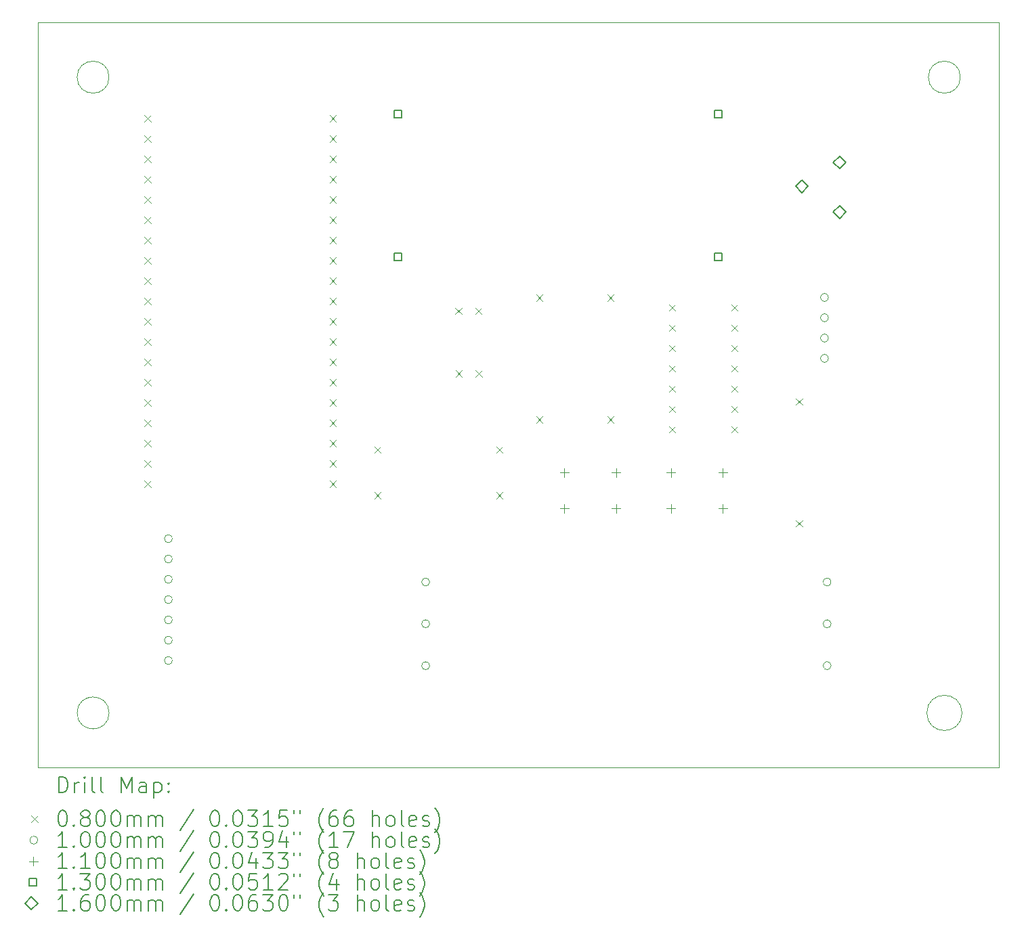
<source format=gbr>
%TF.GenerationSoftware,KiCad,Pcbnew,8.0.1*%
%TF.CreationDate,2024-04-23T21:20:53-07:00*%
%TF.ProjectId,FanSystem,46616e53-7973-4746-956d-2e6b69636164,1*%
%TF.SameCoordinates,Original*%
%TF.FileFunction,Drillmap*%
%TF.FilePolarity,Positive*%
%FSLAX45Y45*%
G04 Gerber Fmt 4.5, Leading zero omitted, Abs format (unit mm)*
G04 Created by KiCad (PCBNEW 8.0.1) date 2024-04-23 21:20:53*
%MOMM*%
%LPD*%
G01*
G04 APERTURE LIST*
%ADD10C,0.100000*%
%ADD11C,0.200000*%
%ADD12C,0.110000*%
%ADD13C,0.130000*%
%ADD14C,0.160000*%
G04 APERTURE END LIST*
D10*
X7188200Y-5892800D02*
X19202400Y-5892800D01*
X19202400Y-15214600D01*
X7188200Y-15214600D01*
X7188200Y-5892800D01*
X8074000Y-14532400D02*
G75*
G02*
X7674000Y-14532400I-200000J0D01*
G01*
X7674000Y-14532400D02*
G75*
G02*
X8074000Y-14532400I200000J0D01*
G01*
X18716600Y-6578600D02*
G75*
G02*
X18316600Y-6578600I-200000J0D01*
G01*
X18316600Y-6578600D02*
G75*
G02*
X18716600Y-6578600I200000J0D01*
G01*
X8074000Y-6578600D02*
G75*
G02*
X7674000Y-6578600I-200000J0D01*
G01*
X7674000Y-6578600D02*
G75*
G02*
X8074000Y-6578600I200000J0D01*
G01*
X18736600Y-14532400D02*
G75*
G02*
X18296600Y-14532400I-220000J0D01*
G01*
X18296600Y-14532400D02*
G75*
G02*
X18736600Y-14532400I220000J0D01*
G01*
D11*
D10*
X8517260Y-7055160D02*
X8597260Y-7135160D01*
X8597260Y-7055160D02*
X8517260Y-7135160D01*
X8517260Y-7309160D02*
X8597260Y-7389160D01*
X8597260Y-7309160D02*
X8517260Y-7389160D01*
X8517260Y-7563160D02*
X8597260Y-7643160D01*
X8597260Y-7563160D02*
X8517260Y-7643160D01*
X8517260Y-7817160D02*
X8597260Y-7897160D01*
X8597260Y-7817160D02*
X8517260Y-7897160D01*
X8517260Y-8071160D02*
X8597260Y-8151160D01*
X8597260Y-8071160D02*
X8517260Y-8151160D01*
X8517260Y-8325160D02*
X8597260Y-8405160D01*
X8597260Y-8325160D02*
X8517260Y-8405160D01*
X8517260Y-8579160D02*
X8597260Y-8659160D01*
X8597260Y-8579160D02*
X8517260Y-8659160D01*
X8517260Y-8833160D02*
X8597260Y-8913160D01*
X8597260Y-8833160D02*
X8517260Y-8913160D01*
X8517260Y-9087160D02*
X8597260Y-9167160D01*
X8597260Y-9087160D02*
X8517260Y-9167160D01*
X8517260Y-9341160D02*
X8597260Y-9421160D01*
X8597260Y-9341160D02*
X8517260Y-9421160D01*
X8517260Y-9595160D02*
X8597260Y-9675160D01*
X8597260Y-9595160D02*
X8517260Y-9675160D01*
X8517260Y-9849160D02*
X8597260Y-9929160D01*
X8597260Y-9849160D02*
X8517260Y-9929160D01*
X8517260Y-10103160D02*
X8597260Y-10183160D01*
X8597260Y-10103160D02*
X8517260Y-10183160D01*
X8517260Y-10357160D02*
X8597260Y-10437160D01*
X8597260Y-10357160D02*
X8517260Y-10437160D01*
X8517260Y-10611160D02*
X8597260Y-10691160D01*
X8597260Y-10611160D02*
X8517260Y-10691160D01*
X8517260Y-10865160D02*
X8597260Y-10945160D01*
X8597260Y-10865160D02*
X8517260Y-10945160D01*
X8517260Y-11119160D02*
X8597260Y-11199160D01*
X8597260Y-11119160D02*
X8517260Y-11199160D01*
X8517260Y-11373160D02*
X8597260Y-11453160D01*
X8597260Y-11373160D02*
X8517260Y-11453160D01*
X8517260Y-11627160D02*
X8597260Y-11707160D01*
X8597260Y-11627160D02*
X8517260Y-11707160D01*
X10833740Y-7055160D02*
X10913740Y-7135160D01*
X10913740Y-7055160D02*
X10833740Y-7135160D01*
X10833740Y-7309160D02*
X10913740Y-7389160D01*
X10913740Y-7309160D02*
X10833740Y-7389160D01*
X10833740Y-7563160D02*
X10913740Y-7643160D01*
X10913740Y-7563160D02*
X10833740Y-7643160D01*
X10833740Y-7817160D02*
X10913740Y-7897160D01*
X10913740Y-7817160D02*
X10833740Y-7897160D01*
X10833740Y-8071160D02*
X10913740Y-8151160D01*
X10913740Y-8071160D02*
X10833740Y-8151160D01*
X10833740Y-8325160D02*
X10913740Y-8405160D01*
X10913740Y-8325160D02*
X10833740Y-8405160D01*
X10833740Y-8579160D02*
X10913740Y-8659160D01*
X10913740Y-8579160D02*
X10833740Y-8659160D01*
X10833740Y-8833160D02*
X10913740Y-8913160D01*
X10913740Y-8833160D02*
X10833740Y-8913160D01*
X10833740Y-9087160D02*
X10913740Y-9167160D01*
X10913740Y-9087160D02*
X10833740Y-9167160D01*
X10833740Y-9341160D02*
X10913740Y-9421160D01*
X10913740Y-9341160D02*
X10833740Y-9421160D01*
X10833740Y-9595160D02*
X10913740Y-9675160D01*
X10913740Y-9595160D02*
X10833740Y-9675160D01*
X10833740Y-9849160D02*
X10913740Y-9929160D01*
X10913740Y-9849160D02*
X10833740Y-9929160D01*
X10833740Y-10103160D02*
X10913740Y-10183160D01*
X10913740Y-10103160D02*
X10833740Y-10183160D01*
X10833740Y-10357160D02*
X10913740Y-10437160D01*
X10913740Y-10357160D02*
X10833740Y-10437160D01*
X10833740Y-10611160D02*
X10913740Y-10691160D01*
X10913740Y-10611160D02*
X10833740Y-10691160D01*
X10833740Y-10865160D02*
X10913740Y-10945160D01*
X10913740Y-10865160D02*
X10833740Y-10945160D01*
X10833740Y-11119160D02*
X10913740Y-11199160D01*
X10913740Y-11119160D02*
X10833740Y-11199160D01*
X10833740Y-11373160D02*
X10913740Y-11453160D01*
X10913740Y-11373160D02*
X10833740Y-11453160D01*
X10833740Y-11627160D02*
X10913740Y-11707160D01*
X10913740Y-11627160D02*
X10833740Y-11707160D01*
X11390000Y-11199500D02*
X11470000Y-11279500D01*
X11470000Y-11199500D02*
X11390000Y-11279500D01*
X11390000Y-11771000D02*
X11470000Y-11851000D01*
X11470000Y-11771000D02*
X11390000Y-11851000D01*
X12403511Y-9465000D02*
X12483511Y-9545000D01*
X12483511Y-9465000D02*
X12403511Y-9545000D01*
X12406000Y-10247000D02*
X12486000Y-10327000D01*
X12486000Y-10247000D02*
X12406000Y-10327000D01*
X12653511Y-9465000D02*
X12733511Y-9545000D01*
X12733511Y-9465000D02*
X12653511Y-9545000D01*
X12656000Y-10247000D02*
X12736000Y-10327000D01*
X12736000Y-10247000D02*
X12656000Y-10327000D01*
X12914000Y-11199500D02*
X12994000Y-11279500D01*
X12994000Y-11199500D02*
X12914000Y-11279500D01*
X12914000Y-11771000D02*
X12994000Y-11851000D01*
X12994000Y-11771000D02*
X12914000Y-11851000D01*
X13414500Y-9297250D02*
X13494500Y-9377250D01*
X13494500Y-9297250D02*
X13414500Y-9377250D01*
X13414500Y-10821250D02*
X13494500Y-10901250D01*
X13494500Y-10821250D02*
X13414500Y-10901250D01*
X14303500Y-9297250D02*
X14383500Y-9377250D01*
X14383500Y-9297250D02*
X14303500Y-9377250D01*
X14303500Y-10821250D02*
X14383500Y-10901250D01*
X14383500Y-10821250D02*
X14303500Y-10901250D01*
X15073000Y-9421500D02*
X15153000Y-9501500D01*
X15153000Y-9421500D02*
X15073000Y-9501500D01*
X15073000Y-9675500D02*
X15153000Y-9755500D01*
X15153000Y-9675500D02*
X15073000Y-9755500D01*
X15073000Y-9929500D02*
X15153000Y-10009500D01*
X15153000Y-9929500D02*
X15073000Y-10009500D01*
X15073000Y-10183500D02*
X15153000Y-10263500D01*
X15153000Y-10183500D02*
X15073000Y-10263500D01*
X15073000Y-10437500D02*
X15153000Y-10517500D01*
X15153000Y-10437500D02*
X15073000Y-10517500D01*
X15073000Y-10691500D02*
X15153000Y-10771500D01*
X15153000Y-10691500D02*
X15073000Y-10771500D01*
X15073000Y-10945500D02*
X15153000Y-11025500D01*
X15153000Y-10945500D02*
X15073000Y-11025500D01*
X15853000Y-9421500D02*
X15933000Y-9501500D01*
X15933000Y-9421500D02*
X15853000Y-9501500D01*
X15853000Y-9675500D02*
X15933000Y-9755500D01*
X15933000Y-9675500D02*
X15853000Y-9755500D01*
X15853000Y-9929500D02*
X15933000Y-10009500D01*
X15933000Y-9929500D02*
X15853000Y-10009500D01*
X15853000Y-10183500D02*
X15933000Y-10263500D01*
X15933000Y-10183500D02*
X15853000Y-10263500D01*
X15853000Y-10437500D02*
X15933000Y-10517500D01*
X15933000Y-10437500D02*
X15853000Y-10517500D01*
X15853000Y-10691500D02*
X15933000Y-10771500D01*
X15933000Y-10691500D02*
X15853000Y-10771500D01*
X15853000Y-10945500D02*
X15933000Y-11025500D01*
X15933000Y-10945500D02*
X15853000Y-11025500D01*
X16660500Y-10596250D02*
X16740500Y-10676250D01*
X16740500Y-10596250D02*
X16660500Y-10676250D01*
X16660500Y-12120250D02*
X16740500Y-12200250D01*
X16740500Y-12120250D02*
X16660500Y-12200250D01*
X8866020Y-12352070D02*
G75*
G02*
X8766020Y-12352070I-50000J0D01*
G01*
X8766020Y-12352070D02*
G75*
G02*
X8866020Y-12352070I50000J0D01*
G01*
X8866020Y-12606070D02*
G75*
G02*
X8766020Y-12606070I-50000J0D01*
G01*
X8766020Y-12606070D02*
G75*
G02*
X8866020Y-12606070I50000J0D01*
G01*
X8866020Y-12860070D02*
G75*
G02*
X8766020Y-12860070I-50000J0D01*
G01*
X8766020Y-12860070D02*
G75*
G02*
X8866020Y-12860070I50000J0D01*
G01*
X8866020Y-13114070D02*
G75*
G02*
X8766020Y-13114070I-50000J0D01*
G01*
X8766020Y-13114070D02*
G75*
G02*
X8866020Y-13114070I50000J0D01*
G01*
X8866020Y-13368070D02*
G75*
G02*
X8766020Y-13368070I-50000J0D01*
G01*
X8766020Y-13368070D02*
G75*
G02*
X8866020Y-13368070I50000J0D01*
G01*
X8866020Y-13622070D02*
G75*
G02*
X8766020Y-13622070I-50000J0D01*
G01*
X8766020Y-13622070D02*
G75*
G02*
X8866020Y-13622070I50000J0D01*
G01*
X8866020Y-13876070D02*
G75*
G02*
X8766020Y-13876070I-50000J0D01*
G01*
X8766020Y-13876070D02*
G75*
G02*
X8866020Y-13876070I50000J0D01*
G01*
X12081540Y-12894470D02*
G75*
G02*
X11981540Y-12894470I-50000J0D01*
G01*
X11981540Y-12894470D02*
G75*
G02*
X12081540Y-12894470I50000J0D01*
G01*
X12081540Y-13417710D02*
G75*
G02*
X11981540Y-13417710I-50000J0D01*
G01*
X11981540Y-13417710D02*
G75*
G02*
X12081540Y-13417710I50000J0D01*
G01*
X12081540Y-13940950D02*
G75*
G02*
X11981540Y-13940950I-50000J0D01*
G01*
X11981540Y-13940950D02*
G75*
G02*
X12081540Y-13940950I50000J0D01*
G01*
X17068000Y-9334500D02*
G75*
G02*
X16968000Y-9334500I-50000J0D01*
G01*
X16968000Y-9334500D02*
G75*
G02*
X17068000Y-9334500I50000J0D01*
G01*
X17068000Y-9588500D02*
G75*
G02*
X16968000Y-9588500I-50000J0D01*
G01*
X16968000Y-9588500D02*
G75*
G02*
X17068000Y-9588500I50000J0D01*
G01*
X17068000Y-9842500D02*
G75*
G02*
X16968000Y-9842500I-50000J0D01*
G01*
X16968000Y-9842500D02*
G75*
G02*
X17068000Y-9842500I50000J0D01*
G01*
X17068000Y-10096500D02*
G75*
G02*
X16968000Y-10096500I-50000J0D01*
G01*
X16968000Y-10096500D02*
G75*
G02*
X17068000Y-10096500I50000J0D01*
G01*
X17100580Y-12894470D02*
G75*
G02*
X17000580Y-12894470I-50000J0D01*
G01*
X17000580Y-12894470D02*
G75*
G02*
X17100580Y-12894470I50000J0D01*
G01*
X17100580Y-13417710D02*
G75*
G02*
X17000580Y-13417710I-50000J0D01*
G01*
X17000580Y-13417710D02*
G75*
G02*
X17100580Y-13417710I50000J0D01*
G01*
X17100580Y-13940950D02*
G75*
G02*
X17000580Y-13940950I-50000J0D01*
G01*
X17000580Y-13940950D02*
G75*
G02*
X17100580Y-13940950I50000J0D01*
G01*
D12*
X13764500Y-11470250D02*
X13764500Y-11580250D01*
X13709500Y-11525250D02*
X13819500Y-11525250D01*
X13764500Y-11920250D02*
X13764500Y-12030250D01*
X13709500Y-11975250D02*
X13819500Y-11975250D01*
X14414500Y-11470250D02*
X14414500Y-11580250D01*
X14359500Y-11525250D02*
X14469500Y-11525250D01*
X14414500Y-11920250D02*
X14414500Y-12030250D01*
X14359500Y-11975250D02*
X14469500Y-11975250D01*
X15098000Y-11470250D02*
X15098000Y-11580250D01*
X15043000Y-11525250D02*
X15153000Y-11525250D01*
X15098000Y-11920250D02*
X15098000Y-12030250D01*
X15043000Y-11975250D02*
X15153000Y-11975250D01*
X15748000Y-11470250D02*
X15748000Y-11580250D01*
X15693000Y-11525250D02*
X15803000Y-11525250D01*
X15748000Y-11920250D02*
X15748000Y-12030250D01*
X15693000Y-11975250D02*
X15803000Y-11975250D01*
D13*
X11729962Y-7085572D02*
X11729962Y-6993648D01*
X11638038Y-6993648D01*
X11638038Y-7085572D01*
X11729962Y-7085572D01*
X11729962Y-8873732D02*
X11729962Y-8781808D01*
X11638038Y-8781808D01*
X11638038Y-8873732D01*
X11729962Y-8873732D01*
X15738082Y-7085572D02*
X15738082Y-6993648D01*
X15646158Y-6993648D01*
X15646158Y-7085572D01*
X15738082Y-7085572D01*
X15738082Y-8873732D02*
X15738082Y-8781808D01*
X15646158Y-8781808D01*
X15646158Y-8873732D01*
X15738082Y-8873732D01*
D14*
X16735000Y-8025000D02*
X16815000Y-7945000D01*
X16735000Y-7865000D01*
X16655000Y-7945000D01*
X16735000Y-8025000D01*
X17205000Y-7725000D02*
X17285000Y-7645000D01*
X17205000Y-7565000D01*
X17125000Y-7645000D01*
X17205000Y-7725000D01*
X17205000Y-8345000D02*
X17285000Y-8265000D01*
X17205000Y-8185000D01*
X17125000Y-8265000D01*
X17205000Y-8345000D01*
D11*
X7443977Y-15531084D02*
X7443977Y-15331084D01*
X7443977Y-15331084D02*
X7491596Y-15331084D01*
X7491596Y-15331084D02*
X7520167Y-15340608D01*
X7520167Y-15340608D02*
X7539215Y-15359655D01*
X7539215Y-15359655D02*
X7548739Y-15378703D01*
X7548739Y-15378703D02*
X7558262Y-15416798D01*
X7558262Y-15416798D02*
X7558262Y-15445369D01*
X7558262Y-15445369D02*
X7548739Y-15483465D01*
X7548739Y-15483465D02*
X7539215Y-15502512D01*
X7539215Y-15502512D02*
X7520167Y-15521560D01*
X7520167Y-15521560D02*
X7491596Y-15531084D01*
X7491596Y-15531084D02*
X7443977Y-15531084D01*
X7643977Y-15531084D02*
X7643977Y-15397750D01*
X7643977Y-15435846D02*
X7653501Y-15416798D01*
X7653501Y-15416798D02*
X7663024Y-15407274D01*
X7663024Y-15407274D02*
X7682072Y-15397750D01*
X7682072Y-15397750D02*
X7701120Y-15397750D01*
X7767786Y-15531084D02*
X7767786Y-15397750D01*
X7767786Y-15331084D02*
X7758262Y-15340608D01*
X7758262Y-15340608D02*
X7767786Y-15350131D01*
X7767786Y-15350131D02*
X7777310Y-15340608D01*
X7777310Y-15340608D02*
X7767786Y-15331084D01*
X7767786Y-15331084D02*
X7767786Y-15350131D01*
X7891596Y-15531084D02*
X7872548Y-15521560D01*
X7872548Y-15521560D02*
X7863024Y-15502512D01*
X7863024Y-15502512D02*
X7863024Y-15331084D01*
X7996358Y-15531084D02*
X7977310Y-15521560D01*
X7977310Y-15521560D02*
X7967786Y-15502512D01*
X7967786Y-15502512D02*
X7967786Y-15331084D01*
X8224929Y-15531084D02*
X8224929Y-15331084D01*
X8224929Y-15331084D02*
X8291596Y-15473941D01*
X8291596Y-15473941D02*
X8358262Y-15331084D01*
X8358262Y-15331084D02*
X8358262Y-15531084D01*
X8539215Y-15531084D02*
X8539215Y-15426322D01*
X8539215Y-15426322D02*
X8529691Y-15407274D01*
X8529691Y-15407274D02*
X8510644Y-15397750D01*
X8510644Y-15397750D02*
X8472548Y-15397750D01*
X8472548Y-15397750D02*
X8453501Y-15407274D01*
X8539215Y-15521560D02*
X8520167Y-15531084D01*
X8520167Y-15531084D02*
X8472548Y-15531084D01*
X8472548Y-15531084D02*
X8453501Y-15521560D01*
X8453501Y-15521560D02*
X8443977Y-15502512D01*
X8443977Y-15502512D02*
X8443977Y-15483465D01*
X8443977Y-15483465D02*
X8453501Y-15464417D01*
X8453501Y-15464417D02*
X8472548Y-15454893D01*
X8472548Y-15454893D02*
X8520167Y-15454893D01*
X8520167Y-15454893D02*
X8539215Y-15445369D01*
X8634453Y-15397750D02*
X8634453Y-15597750D01*
X8634453Y-15407274D02*
X8653501Y-15397750D01*
X8653501Y-15397750D02*
X8691596Y-15397750D01*
X8691596Y-15397750D02*
X8710644Y-15407274D01*
X8710644Y-15407274D02*
X8720167Y-15416798D01*
X8720167Y-15416798D02*
X8729691Y-15435846D01*
X8729691Y-15435846D02*
X8729691Y-15492988D01*
X8729691Y-15492988D02*
X8720167Y-15512036D01*
X8720167Y-15512036D02*
X8710644Y-15521560D01*
X8710644Y-15521560D02*
X8691596Y-15531084D01*
X8691596Y-15531084D02*
X8653501Y-15531084D01*
X8653501Y-15531084D02*
X8634453Y-15521560D01*
X8815405Y-15512036D02*
X8824929Y-15521560D01*
X8824929Y-15521560D02*
X8815405Y-15531084D01*
X8815405Y-15531084D02*
X8805882Y-15521560D01*
X8805882Y-15521560D02*
X8815405Y-15512036D01*
X8815405Y-15512036D02*
X8815405Y-15531084D01*
X8815405Y-15407274D02*
X8824929Y-15416798D01*
X8824929Y-15416798D02*
X8815405Y-15426322D01*
X8815405Y-15426322D02*
X8805882Y-15416798D01*
X8805882Y-15416798D02*
X8815405Y-15407274D01*
X8815405Y-15407274D02*
X8815405Y-15426322D01*
D10*
X7103200Y-15819600D02*
X7183200Y-15899600D01*
X7183200Y-15819600D02*
X7103200Y-15899600D01*
D11*
X7482072Y-15751084D02*
X7501120Y-15751084D01*
X7501120Y-15751084D02*
X7520167Y-15760608D01*
X7520167Y-15760608D02*
X7529691Y-15770131D01*
X7529691Y-15770131D02*
X7539215Y-15789179D01*
X7539215Y-15789179D02*
X7548739Y-15827274D01*
X7548739Y-15827274D02*
X7548739Y-15874893D01*
X7548739Y-15874893D02*
X7539215Y-15912988D01*
X7539215Y-15912988D02*
X7529691Y-15932036D01*
X7529691Y-15932036D02*
X7520167Y-15941560D01*
X7520167Y-15941560D02*
X7501120Y-15951084D01*
X7501120Y-15951084D02*
X7482072Y-15951084D01*
X7482072Y-15951084D02*
X7463024Y-15941560D01*
X7463024Y-15941560D02*
X7453501Y-15932036D01*
X7453501Y-15932036D02*
X7443977Y-15912988D01*
X7443977Y-15912988D02*
X7434453Y-15874893D01*
X7434453Y-15874893D02*
X7434453Y-15827274D01*
X7434453Y-15827274D02*
X7443977Y-15789179D01*
X7443977Y-15789179D02*
X7453501Y-15770131D01*
X7453501Y-15770131D02*
X7463024Y-15760608D01*
X7463024Y-15760608D02*
X7482072Y-15751084D01*
X7634453Y-15932036D02*
X7643977Y-15941560D01*
X7643977Y-15941560D02*
X7634453Y-15951084D01*
X7634453Y-15951084D02*
X7624929Y-15941560D01*
X7624929Y-15941560D02*
X7634453Y-15932036D01*
X7634453Y-15932036D02*
X7634453Y-15951084D01*
X7758262Y-15836798D02*
X7739215Y-15827274D01*
X7739215Y-15827274D02*
X7729691Y-15817750D01*
X7729691Y-15817750D02*
X7720167Y-15798703D01*
X7720167Y-15798703D02*
X7720167Y-15789179D01*
X7720167Y-15789179D02*
X7729691Y-15770131D01*
X7729691Y-15770131D02*
X7739215Y-15760608D01*
X7739215Y-15760608D02*
X7758262Y-15751084D01*
X7758262Y-15751084D02*
X7796358Y-15751084D01*
X7796358Y-15751084D02*
X7815405Y-15760608D01*
X7815405Y-15760608D02*
X7824929Y-15770131D01*
X7824929Y-15770131D02*
X7834453Y-15789179D01*
X7834453Y-15789179D02*
X7834453Y-15798703D01*
X7834453Y-15798703D02*
X7824929Y-15817750D01*
X7824929Y-15817750D02*
X7815405Y-15827274D01*
X7815405Y-15827274D02*
X7796358Y-15836798D01*
X7796358Y-15836798D02*
X7758262Y-15836798D01*
X7758262Y-15836798D02*
X7739215Y-15846322D01*
X7739215Y-15846322D02*
X7729691Y-15855846D01*
X7729691Y-15855846D02*
X7720167Y-15874893D01*
X7720167Y-15874893D02*
X7720167Y-15912988D01*
X7720167Y-15912988D02*
X7729691Y-15932036D01*
X7729691Y-15932036D02*
X7739215Y-15941560D01*
X7739215Y-15941560D02*
X7758262Y-15951084D01*
X7758262Y-15951084D02*
X7796358Y-15951084D01*
X7796358Y-15951084D02*
X7815405Y-15941560D01*
X7815405Y-15941560D02*
X7824929Y-15932036D01*
X7824929Y-15932036D02*
X7834453Y-15912988D01*
X7834453Y-15912988D02*
X7834453Y-15874893D01*
X7834453Y-15874893D02*
X7824929Y-15855846D01*
X7824929Y-15855846D02*
X7815405Y-15846322D01*
X7815405Y-15846322D02*
X7796358Y-15836798D01*
X7958262Y-15751084D02*
X7977310Y-15751084D01*
X7977310Y-15751084D02*
X7996358Y-15760608D01*
X7996358Y-15760608D02*
X8005882Y-15770131D01*
X8005882Y-15770131D02*
X8015405Y-15789179D01*
X8015405Y-15789179D02*
X8024929Y-15827274D01*
X8024929Y-15827274D02*
X8024929Y-15874893D01*
X8024929Y-15874893D02*
X8015405Y-15912988D01*
X8015405Y-15912988D02*
X8005882Y-15932036D01*
X8005882Y-15932036D02*
X7996358Y-15941560D01*
X7996358Y-15941560D02*
X7977310Y-15951084D01*
X7977310Y-15951084D02*
X7958262Y-15951084D01*
X7958262Y-15951084D02*
X7939215Y-15941560D01*
X7939215Y-15941560D02*
X7929691Y-15932036D01*
X7929691Y-15932036D02*
X7920167Y-15912988D01*
X7920167Y-15912988D02*
X7910643Y-15874893D01*
X7910643Y-15874893D02*
X7910643Y-15827274D01*
X7910643Y-15827274D02*
X7920167Y-15789179D01*
X7920167Y-15789179D02*
X7929691Y-15770131D01*
X7929691Y-15770131D02*
X7939215Y-15760608D01*
X7939215Y-15760608D02*
X7958262Y-15751084D01*
X8148739Y-15751084D02*
X8167786Y-15751084D01*
X8167786Y-15751084D02*
X8186834Y-15760608D01*
X8186834Y-15760608D02*
X8196358Y-15770131D01*
X8196358Y-15770131D02*
X8205882Y-15789179D01*
X8205882Y-15789179D02*
X8215405Y-15827274D01*
X8215405Y-15827274D02*
X8215405Y-15874893D01*
X8215405Y-15874893D02*
X8205882Y-15912988D01*
X8205882Y-15912988D02*
X8196358Y-15932036D01*
X8196358Y-15932036D02*
X8186834Y-15941560D01*
X8186834Y-15941560D02*
X8167786Y-15951084D01*
X8167786Y-15951084D02*
X8148739Y-15951084D01*
X8148739Y-15951084D02*
X8129691Y-15941560D01*
X8129691Y-15941560D02*
X8120167Y-15932036D01*
X8120167Y-15932036D02*
X8110643Y-15912988D01*
X8110643Y-15912988D02*
X8101120Y-15874893D01*
X8101120Y-15874893D02*
X8101120Y-15827274D01*
X8101120Y-15827274D02*
X8110643Y-15789179D01*
X8110643Y-15789179D02*
X8120167Y-15770131D01*
X8120167Y-15770131D02*
X8129691Y-15760608D01*
X8129691Y-15760608D02*
X8148739Y-15751084D01*
X8301120Y-15951084D02*
X8301120Y-15817750D01*
X8301120Y-15836798D02*
X8310643Y-15827274D01*
X8310643Y-15827274D02*
X8329691Y-15817750D01*
X8329691Y-15817750D02*
X8358263Y-15817750D01*
X8358263Y-15817750D02*
X8377310Y-15827274D01*
X8377310Y-15827274D02*
X8386834Y-15846322D01*
X8386834Y-15846322D02*
X8386834Y-15951084D01*
X8386834Y-15846322D02*
X8396358Y-15827274D01*
X8396358Y-15827274D02*
X8415405Y-15817750D01*
X8415405Y-15817750D02*
X8443977Y-15817750D01*
X8443977Y-15817750D02*
X8463025Y-15827274D01*
X8463025Y-15827274D02*
X8472548Y-15846322D01*
X8472548Y-15846322D02*
X8472548Y-15951084D01*
X8567786Y-15951084D02*
X8567786Y-15817750D01*
X8567786Y-15836798D02*
X8577310Y-15827274D01*
X8577310Y-15827274D02*
X8596358Y-15817750D01*
X8596358Y-15817750D02*
X8624929Y-15817750D01*
X8624929Y-15817750D02*
X8643977Y-15827274D01*
X8643977Y-15827274D02*
X8653501Y-15846322D01*
X8653501Y-15846322D02*
X8653501Y-15951084D01*
X8653501Y-15846322D02*
X8663025Y-15827274D01*
X8663025Y-15827274D02*
X8682072Y-15817750D01*
X8682072Y-15817750D02*
X8710644Y-15817750D01*
X8710644Y-15817750D02*
X8729691Y-15827274D01*
X8729691Y-15827274D02*
X8739215Y-15846322D01*
X8739215Y-15846322D02*
X8739215Y-15951084D01*
X9129691Y-15741560D02*
X8958263Y-15998703D01*
X9386834Y-15751084D02*
X9405882Y-15751084D01*
X9405882Y-15751084D02*
X9424929Y-15760608D01*
X9424929Y-15760608D02*
X9434453Y-15770131D01*
X9434453Y-15770131D02*
X9443977Y-15789179D01*
X9443977Y-15789179D02*
X9453501Y-15827274D01*
X9453501Y-15827274D02*
X9453501Y-15874893D01*
X9453501Y-15874893D02*
X9443977Y-15912988D01*
X9443977Y-15912988D02*
X9434453Y-15932036D01*
X9434453Y-15932036D02*
X9424929Y-15941560D01*
X9424929Y-15941560D02*
X9405882Y-15951084D01*
X9405882Y-15951084D02*
X9386834Y-15951084D01*
X9386834Y-15951084D02*
X9367787Y-15941560D01*
X9367787Y-15941560D02*
X9358263Y-15932036D01*
X9358263Y-15932036D02*
X9348739Y-15912988D01*
X9348739Y-15912988D02*
X9339215Y-15874893D01*
X9339215Y-15874893D02*
X9339215Y-15827274D01*
X9339215Y-15827274D02*
X9348739Y-15789179D01*
X9348739Y-15789179D02*
X9358263Y-15770131D01*
X9358263Y-15770131D02*
X9367787Y-15760608D01*
X9367787Y-15760608D02*
X9386834Y-15751084D01*
X9539215Y-15932036D02*
X9548739Y-15941560D01*
X9548739Y-15941560D02*
X9539215Y-15951084D01*
X9539215Y-15951084D02*
X9529691Y-15941560D01*
X9529691Y-15941560D02*
X9539215Y-15932036D01*
X9539215Y-15932036D02*
X9539215Y-15951084D01*
X9672548Y-15751084D02*
X9691596Y-15751084D01*
X9691596Y-15751084D02*
X9710644Y-15760608D01*
X9710644Y-15760608D02*
X9720168Y-15770131D01*
X9720168Y-15770131D02*
X9729691Y-15789179D01*
X9729691Y-15789179D02*
X9739215Y-15827274D01*
X9739215Y-15827274D02*
X9739215Y-15874893D01*
X9739215Y-15874893D02*
X9729691Y-15912988D01*
X9729691Y-15912988D02*
X9720168Y-15932036D01*
X9720168Y-15932036D02*
X9710644Y-15941560D01*
X9710644Y-15941560D02*
X9691596Y-15951084D01*
X9691596Y-15951084D02*
X9672548Y-15951084D01*
X9672548Y-15951084D02*
X9653501Y-15941560D01*
X9653501Y-15941560D02*
X9643977Y-15932036D01*
X9643977Y-15932036D02*
X9634453Y-15912988D01*
X9634453Y-15912988D02*
X9624929Y-15874893D01*
X9624929Y-15874893D02*
X9624929Y-15827274D01*
X9624929Y-15827274D02*
X9634453Y-15789179D01*
X9634453Y-15789179D02*
X9643977Y-15770131D01*
X9643977Y-15770131D02*
X9653501Y-15760608D01*
X9653501Y-15760608D02*
X9672548Y-15751084D01*
X9805882Y-15751084D02*
X9929691Y-15751084D01*
X9929691Y-15751084D02*
X9863025Y-15827274D01*
X9863025Y-15827274D02*
X9891596Y-15827274D01*
X9891596Y-15827274D02*
X9910644Y-15836798D01*
X9910644Y-15836798D02*
X9920168Y-15846322D01*
X9920168Y-15846322D02*
X9929691Y-15865369D01*
X9929691Y-15865369D02*
X9929691Y-15912988D01*
X9929691Y-15912988D02*
X9920168Y-15932036D01*
X9920168Y-15932036D02*
X9910644Y-15941560D01*
X9910644Y-15941560D02*
X9891596Y-15951084D01*
X9891596Y-15951084D02*
X9834453Y-15951084D01*
X9834453Y-15951084D02*
X9815406Y-15941560D01*
X9815406Y-15941560D02*
X9805882Y-15932036D01*
X10120168Y-15951084D02*
X10005882Y-15951084D01*
X10063025Y-15951084D02*
X10063025Y-15751084D01*
X10063025Y-15751084D02*
X10043977Y-15779655D01*
X10043977Y-15779655D02*
X10024929Y-15798703D01*
X10024929Y-15798703D02*
X10005882Y-15808227D01*
X10301120Y-15751084D02*
X10205882Y-15751084D01*
X10205882Y-15751084D02*
X10196358Y-15846322D01*
X10196358Y-15846322D02*
X10205882Y-15836798D01*
X10205882Y-15836798D02*
X10224929Y-15827274D01*
X10224929Y-15827274D02*
X10272549Y-15827274D01*
X10272549Y-15827274D02*
X10291596Y-15836798D01*
X10291596Y-15836798D02*
X10301120Y-15846322D01*
X10301120Y-15846322D02*
X10310644Y-15865369D01*
X10310644Y-15865369D02*
X10310644Y-15912988D01*
X10310644Y-15912988D02*
X10301120Y-15932036D01*
X10301120Y-15932036D02*
X10291596Y-15941560D01*
X10291596Y-15941560D02*
X10272549Y-15951084D01*
X10272549Y-15951084D02*
X10224929Y-15951084D01*
X10224929Y-15951084D02*
X10205882Y-15941560D01*
X10205882Y-15941560D02*
X10196358Y-15932036D01*
X10386834Y-15751084D02*
X10386834Y-15789179D01*
X10463025Y-15751084D02*
X10463025Y-15789179D01*
X10758263Y-16027274D02*
X10748739Y-16017750D01*
X10748739Y-16017750D02*
X10729691Y-15989179D01*
X10729691Y-15989179D02*
X10720168Y-15970131D01*
X10720168Y-15970131D02*
X10710644Y-15941560D01*
X10710644Y-15941560D02*
X10701120Y-15893941D01*
X10701120Y-15893941D02*
X10701120Y-15855846D01*
X10701120Y-15855846D02*
X10710644Y-15808227D01*
X10710644Y-15808227D02*
X10720168Y-15779655D01*
X10720168Y-15779655D02*
X10729691Y-15760608D01*
X10729691Y-15760608D02*
X10748739Y-15732036D01*
X10748739Y-15732036D02*
X10758263Y-15722512D01*
X10920168Y-15751084D02*
X10882072Y-15751084D01*
X10882072Y-15751084D02*
X10863025Y-15760608D01*
X10863025Y-15760608D02*
X10853501Y-15770131D01*
X10853501Y-15770131D02*
X10834453Y-15798703D01*
X10834453Y-15798703D02*
X10824930Y-15836798D01*
X10824930Y-15836798D02*
X10824930Y-15912988D01*
X10824930Y-15912988D02*
X10834453Y-15932036D01*
X10834453Y-15932036D02*
X10843977Y-15941560D01*
X10843977Y-15941560D02*
X10863025Y-15951084D01*
X10863025Y-15951084D02*
X10901120Y-15951084D01*
X10901120Y-15951084D02*
X10920168Y-15941560D01*
X10920168Y-15941560D02*
X10929691Y-15932036D01*
X10929691Y-15932036D02*
X10939215Y-15912988D01*
X10939215Y-15912988D02*
X10939215Y-15865369D01*
X10939215Y-15865369D02*
X10929691Y-15846322D01*
X10929691Y-15846322D02*
X10920168Y-15836798D01*
X10920168Y-15836798D02*
X10901120Y-15827274D01*
X10901120Y-15827274D02*
X10863025Y-15827274D01*
X10863025Y-15827274D02*
X10843977Y-15836798D01*
X10843977Y-15836798D02*
X10834453Y-15846322D01*
X10834453Y-15846322D02*
X10824930Y-15865369D01*
X11110644Y-15751084D02*
X11072549Y-15751084D01*
X11072549Y-15751084D02*
X11053501Y-15760608D01*
X11053501Y-15760608D02*
X11043977Y-15770131D01*
X11043977Y-15770131D02*
X11024930Y-15798703D01*
X11024930Y-15798703D02*
X11015406Y-15836798D01*
X11015406Y-15836798D02*
X11015406Y-15912988D01*
X11015406Y-15912988D02*
X11024930Y-15932036D01*
X11024930Y-15932036D02*
X11034453Y-15941560D01*
X11034453Y-15941560D02*
X11053501Y-15951084D01*
X11053501Y-15951084D02*
X11091596Y-15951084D01*
X11091596Y-15951084D02*
X11110644Y-15941560D01*
X11110644Y-15941560D02*
X11120168Y-15932036D01*
X11120168Y-15932036D02*
X11129691Y-15912988D01*
X11129691Y-15912988D02*
X11129691Y-15865369D01*
X11129691Y-15865369D02*
X11120168Y-15846322D01*
X11120168Y-15846322D02*
X11110644Y-15836798D01*
X11110644Y-15836798D02*
X11091596Y-15827274D01*
X11091596Y-15827274D02*
X11053501Y-15827274D01*
X11053501Y-15827274D02*
X11034453Y-15836798D01*
X11034453Y-15836798D02*
X11024930Y-15846322D01*
X11024930Y-15846322D02*
X11015406Y-15865369D01*
X11367787Y-15951084D02*
X11367787Y-15751084D01*
X11453501Y-15951084D02*
X11453501Y-15846322D01*
X11453501Y-15846322D02*
X11443977Y-15827274D01*
X11443977Y-15827274D02*
X11424930Y-15817750D01*
X11424930Y-15817750D02*
X11396358Y-15817750D01*
X11396358Y-15817750D02*
X11377310Y-15827274D01*
X11377310Y-15827274D02*
X11367787Y-15836798D01*
X11577310Y-15951084D02*
X11558263Y-15941560D01*
X11558263Y-15941560D02*
X11548739Y-15932036D01*
X11548739Y-15932036D02*
X11539215Y-15912988D01*
X11539215Y-15912988D02*
X11539215Y-15855846D01*
X11539215Y-15855846D02*
X11548739Y-15836798D01*
X11548739Y-15836798D02*
X11558263Y-15827274D01*
X11558263Y-15827274D02*
X11577310Y-15817750D01*
X11577310Y-15817750D02*
X11605882Y-15817750D01*
X11605882Y-15817750D02*
X11624930Y-15827274D01*
X11624930Y-15827274D02*
X11634453Y-15836798D01*
X11634453Y-15836798D02*
X11643977Y-15855846D01*
X11643977Y-15855846D02*
X11643977Y-15912988D01*
X11643977Y-15912988D02*
X11634453Y-15932036D01*
X11634453Y-15932036D02*
X11624930Y-15941560D01*
X11624930Y-15941560D02*
X11605882Y-15951084D01*
X11605882Y-15951084D02*
X11577310Y-15951084D01*
X11758263Y-15951084D02*
X11739215Y-15941560D01*
X11739215Y-15941560D02*
X11729691Y-15922512D01*
X11729691Y-15922512D02*
X11729691Y-15751084D01*
X11910644Y-15941560D02*
X11891596Y-15951084D01*
X11891596Y-15951084D02*
X11853501Y-15951084D01*
X11853501Y-15951084D02*
X11834453Y-15941560D01*
X11834453Y-15941560D02*
X11824930Y-15922512D01*
X11824930Y-15922512D02*
X11824930Y-15846322D01*
X11824930Y-15846322D02*
X11834453Y-15827274D01*
X11834453Y-15827274D02*
X11853501Y-15817750D01*
X11853501Y-15817750D02*
X11891596Y-15817750D01*
X11891596Y-15817750D02*
X11910644Y-15827274D01*
X11910644Y-15827274D02*
X11920168Y-15846322D01*
X11920168Y-15846322D02*
X11920168Y-15865369D01*
X11920168Y-15865369D02*
X11824930Y-15884417D01*
X11996358Y-15941560D02*
X12015406Y-15951084D01*
X12015406Y-15951084D02*
X12053501Y-15951084D01*
X12053501Y-15951084D02*
X12072549Y-15941560D01*
X12072549Y-15941560D02*
X12082072Y-15922512D01*
X12082072Y-15922512D02*
X12082072Y-15912988D01*
X12082072Y-15912988D02*
X12072549Y-15893941D01*
X12072549Y-15893941D02*
X12053501Y-15884417D01*
X12053501Y-15884417D02*
X12024930Y-15884417D01*
X12024930Y-15884417D02*
X12005882Y-15874893D01*
X12005882Y-15874893D02*
X11996358Y-15855846D01*
X11996358Y-15855846D02*
X11996358Y-15846322D01*
X11996358Y-15846322D02*
X12005882Y-15827274D01*
X12005882Y-15827274D02*
X12024930Y-15817750D01*
X12024930Y-15817750D02*
X12053501Y-15817750D01*
X12053501Y-15817750D02*
X12072549Y-15827274D01*
X12148739Y-16027274D02*
X12158263Y-16017750D01*
X12158263Y-16017750D02*
X12177311Y-15989179D01*
X12177311Y-15989179D02*
X12186834Y-15970131D01*
X12186834Y-15970131D02*
X12196358Y-15941560D01*
X12196358Y-15941560D02*
X12205882Y-15893941D01*
X12205882Y-15893941D02*
X12205882Y-15855846D01*
X12205882Y-15855846D02*
X12196358Y-15808227D01*
X12196358Y-15808227D02*
X12186834Y-15779655D01*
X12186834Y-15779655D02*
X12177311Y-15760608D01*
X12177311Y-15760608D02*
X12158263Y-15732036D01*
X12158263Y-15732036D02*
X12148739Y-15722512D01*
D10*
X7183200Y-16123600D02*
G75*
G02*
X7083200Y-16123600I-50000J0D01*
G01*
X7083200Y-16123600D02*
G75*
G02*
X7183200Y-16123600I50000J0D01*
G01*
D11*
X7548739Y-16215084D02*
X7434453Y-16215084D01*
X7491596Y-16215084D02*
X7491596Y-16015084D01*
X7491596Y-16015084D02*
X7472548Y-16043655D01*
X7472548Y-16043655D02*
X7453501Y-16062703D01*
X7453501Y-16062703D02*
X7434453Y-16072227D01*
X7634453Y-16196036D02*
X7643977Y-16205560D01*
X7643977Y-16205560D02*
X7634453Y-16215084D01*
X7634453Y-16215084D02*
X7624929Y-16205560D01*
X7624929Y-16205560D02*
X7634453Y-16196036D01*
X7634453Y-16196036D02*
X7634453Y-16215084D01*
X7767786Y-16015084D02*
X7786834Y-16015084D01*
X7786834Y-16015084D02*
X7805882Y-16024608D01*
X7805882Y-16024608D02*
X7815405Y-16034131D01*
X7815405Y-16034131D02*
X7824929Y-16053179D01*
X7824929Y-16053179D02*
X7834453Y-16091274D01*
X7834453Y-16091274D02*
X7834453Y-16138893D01*
X7834453Y-16138893D02*
X7824929Y-16176988D01*
X7824929Y-16176988D02*
X7815405Y-16196036D01*
X7815405Y-16196036D02*
X7805882Y-16205560D01*
X7805882Y-16205560D02*
X7786834Y-16215084D01*
X7786834Y-16215084D02*
X7767786Y-16215084D01*
X7767786Y-16215084D02*
X7748739Y-16205560D01*
X7748739Y-16205560D02*
X7739215Y-16196036D01*
X7739215Y-16196036D02*
X7729691Y-16176988D01*
X7729691Y-16176988D02*
X7720167Y-16138893D01*
X7720167Y-16138893D02*
X7720167Y-16091274D01*
X7720167Y-16091274D02*
X7729691Y-16053179D01*
X7729691Y-16053179D02*
X7739215Y-16034131D01*
X7739215Y-16034131D02*
X7748739Y-16024608D01*
X7748739Y-16024608D02*
X7767786Y-16015084D01*
X7958262Y-16015084D02*
X7977310Y-16015084D01*
X7977310Y-16015084D02*
X7996358Y-16024608D01*
X7996358Y-16024608D02*
X8005882Y-16034131D01*
X8005882Y-16034131D02*
X8015405Y-16053179D01*
X8015405Y-16053179D02*
X8024929Y-16091274D01*
X8024929Y-16091274D02*
X8024929Y-16138893D01*
X8024929Y-16138893D02*
X8015405Y-16176988D01*
X8015405Y-16176988D02*
X8005882Y-16196036D01*
X8005882Y-16196036D02*
X7996358Y-16205560D01*
X7996358Y-16205560D02*
X7977310Y-16215084D01*
X7977310Y-16215084D02*
X7958262Y-16215084D01*
X7958262Y-16215084D02*
X7939215Y-16205560D01*
X7939215Y-16205560D02*
X7929691Y-16196036D01*
X7929691Y-16196036D02*
X7920167Y-16176988D01*
X7920167Y-16176988D02*
X7910643Y-16138893D01*
X7910643Y-16138893D02*
X7910643Y-16091274D01*
X7910643Y-16091274D02*
X7920167Y-16053179D01*
X7920167Y-16053179D02*
X7929691Y-16034131D01*
X7929691Y-16034131D02*
X7939215Y-16024608D01*
X7939215Y-16024608D02*
X7958262Y-16015084D01*
X8148739Y-16015084D02*
X8167786Y-16015084D01*
X8167786Y-16015084D02*
X8186834Y-16024608D01*
X8186834Y-16024608D02*
X8196358Y-16034131D01*
X8196358Y-16034131D02*
X8205882Y-16053179D01*
X8205882Y-16053179D02*
X8215405Y-16091274D01*
X8215405Y-16091274D02*
X8215405Y-16138893D01*
X8215405Y-16138893D02*
X8205882Y-16176988D01*
X8205882Y-16176988D02*
X8196358Y-16196036D01*
X8196358Y-16196036D02*
X8186834Y-16205560D01*
X8186834Y-16205560D02*
X8167786Y-16215084D01*
X8167786Y-16215084D02*
X8148739Y-16215084D01*
X8148739Y-16215084D02*
X8129691Y-16205560D01*
X8129691Y-16205560D02*
X8120167Y-16196036D01*
X8120167Y-16196036D02*
X8110643Y-16176988D01*
X8110643Y-16176988D02*
X8101120Y-16138893D01*
X8101120Y-16138893D02*
X8101120Y-16091274D01*
X8101120Y-16091274D02*
X8110643Y-16053179D01*
X8110643Y-16053179D02*
X8120167Y-16034131D01*
X8120167Y-16034131D02*
X8129691Y-16024608D01*
X8129691Y-16024608D02*
X8148739Y-16015084D01*
X8301120Y-16215084D02*
X8301120Y-16081750D01*
X8301120Y-16100798D02*
X8310643Y-16091274D01*
X8310643Y-16091274D02*
X8329691Y-16081750D01*
X8329691Y-16081750D02*
X8358263Y-16081750D01*
X8358263Y-16081750D02*
X8377310Y-16091274D01*
X8377310Y-16091274D02*
X8386834Y-16110322D01*
X8386834Y-16110322D02*
X8386834Y-16215084D01*
X8386834Y-16110322D02*
X8396358Y-16091274D01*
X8396358Y-16091274D02*
X8415405Y-16081750D01*
X8415405Y-16081750D02*
X8443977Y-16081750D01*
X8443977Y-16081750D02*
X8463025Y-16091274D01*
X8463025Y-16091274D02*
X8472548Y-16110322D01*
X8472548Y-16110322D02*
X8472548Y-16215084D01*
X8567786Y-16215084D02*
X8567786Y-16081750D01*
X8567786Y-16100798D02*
X8577310Y-16091274D01*
X8577310Y-16091274D02*
X8596358Y-16081750D01*
X8596358Y-16081750D02*
X8624929Y-16081750D01*
X8624929Y-16081750D02*
X8643977Y-16091274D01*
X8643977Y-16091274D02*
X8653501Y-16110322D01*
X8653501Y-16110322D02*
X8653501Y-16215084D01*
X8653501Y-16110322D02*
X8663025Y-16091274D01*
X8663025Y-16091274D02*
X8682072Y-16081750D01*
X8682072Y-16081750D02*
X8710644Y-16081750D01*
X8710644Y-16081750D02*
X8729691Y-16091274D01*
X8729691Y-16091274D02*
X8739215Y-16110322D01*
X8739215Y-16110322D02*
X8739215Y-16215084D01*
X9129691Y-16005560D02*
X8958263Y-16262703D01*
X9386834Y-16015084D02*
X9405882Y-16015084D01*
X9405882Y-16015084D02*
X9424929Y-16024608D01*
X9424929Y-16024608D02*
X9434453Y-16034131D01*
X9434453Y-16034131D02*
X9443977Y-16053179D01*
X9443977Y-16053179D02*
X9453501Y-16091274D01*
X9453501Y-16091274D02*
X9453501Y-16138893D01*
X9453501Y-16138893D02*
X9443977Y-16176988D01*
X9443977Y-16176988D02*
X9434453Y-16196036D01*
X9434453Y-16196036D02*
X9424929Y-16205560D01*
X9424929Y-16205560D02*
X9405882Y-16215084D01*
X9405882Y-16215084D02*
X9386834Y-16215084D01*
X9386834Y-16215084D02*
X9367787Y-16205560D01*
X9367787Y-16205560D02*
X9358263Y-16196036D01*
X9358263Y-16196036D02*
X9348739Y-16176988D01*
X9348739Y-16176988D02*
X9339215Y-16138893D01*
X9339215Y-16138893D02*
X9339215Y-16091274D01*
X9339215Y-16091274D02*
X9348739Y-16053179D01*
X9348739Y-16053179D02*
X9358263Y-16034131D01*
X9358263Y-16034131D02*
X9367787Y-16024608D01*
X9367787Y-16024608D02*
X9386834Y-16015084D01*
X9539215Y-16196036D02*
X9548739Y-16205560D01*
X9548739Y-16205560D02*
X9539215Y-16215084D01*
X9539215Y-16215084D02*
X9529691Y-16205560D01*
X9529691Y-16205560D02*
X9539215Y-16196036D01*
X9539215Y-16196036D02*
X9539215Y-16215084D01*
X9672548Y-16015084D02*
X9691596Y-16015084D01*
X9691596Y-16015084D02*
X9710644Y-16024608D01*
X9710644Y-16024608D02*
X9720168Y-16034131D01*
X9720168Y-16034131D02*
X9729691Y-16053179D01*
X9729691Y-16053179D02*
X9739215Y-16091274D01*
X9739215Y-16091274D02*
X9739215Y-16138893D01*
X9739215Y-16138893D02*
X9729691Y-16176988D01*
X9729691Y-16176988D02*
X9720168Y-16196036D01*
X9720168Y-16196036D02*
X9710644Y-16205560D01*
X9710644Y-16205560D02*
X9691596Y-16215084D01*
X9691596Y-16215084D02*
X9672548Y-16215084D01*
X9672548Y-16215084D02*
X9653501Y-16205560D01*
X9653501Y-16205560D02*
X9643977Y-16196036D01*
X9643977Y-16196036D02*
X9634453Y-16176988D01*
X9634453Y-16176988D02*
X9624929Y-16138893D01*
X9624929Y-16138893D02*
X9624929Y-16091274D01*
X9624929Y-16091274D02*
X9634453Y-16053179D01*
X9634453Y-16053179D02*
X9643977Y-16034131D01*
X9643977Y-16034131D02*
X9653501Y-16024608D01*
X9653501Y-16024608D02*
X9672548Y-16015084D01*
X9805882Y-16015084D02*
X9929691Y-16015084D01*
X9929691Y-16015084D02*
X9863025Y-16091274D01*
X9863025Y-16091274D02*
X9891596Y-16091274D01*
X9891596Y-16091274D02*
X9910644Y-16100798D01*
X9910644Y-16100798D02*
X9920168Y-16110322D01*
X9920168Y-16110322D02*
X9929691Y-16129369D01*
X9929691Y-16129369D02*
X9929691Y-16176988D01*
X9929691Y-16176988D02*
X9920168Y-16196036D01*
X9920168Y-16196036D02*
X9910644Y-16205560D01*
X9910644Y-16205560D02*
X9891596Y-16215084D01*
X9891596Y-16215084D02*
X9834453Y-16215084D01*
X9834453Y-16215084D02*
X9815406Y-16205560D01*
X9815406Y-16205560D02*
X9805882Y-16196036D01*
X10024929Y-16215084D02*
X10063025Y-16215084D01*
X10063025Y-16215084D02*
X10082072Y-16205560D01*
X10082072Y-16205560D02*
X10091596Y-16196036D01*
X10091596Y-16196036D02*
X10110644Y-16167465D01*
X10110644Y-16167465D02*
X10120168Y-16129369D01*
X10120168Y-16129369D02*
X10120168Y-16053179D01*
X10120168Y-16053179D02*
X10110644Y-16034131D01*
X10110644Y-16034131D02*
X10101120Y-16024608D01*
X10101120Y-16024608D02*
X10082072Y-16015084D01*
X10082072Y-16015084D02*
X10043977Y-16015084D01*
X10043977Y-16015084D02*
X10024929Y-16024608D01*
X10024929Y-16024608D02*
X10015406Y-16034131D01*
X10015406Y-16034131D02*
X10005882Y-16053179D01*
X10005882Y-16053179D02*
X10005882Y-16100798D01*
X10005882Y-16100798D02*
X10015406Y-16119846D01*
X10015406Y-16119846D02*
X10024929Y-16129369D01*
X10024929Y-16129369D02*
X10043977Y-16138893D01*
X10043977Y-16138893D02*
X10082072Y-16138893D01*
X10082072Y-16138893D02*
X10101120Y-16129369D01*
X10101120Y-16129369D02*
X10110644Y-16119846D01*
X10110644Y-16119846D02*
X10120168Y-16100798D01*
X10291596Y-16081750D02*
X10291596Y-16215084D01*
X10243977Y-16005560D02*
X10196358Y-16148417D01*
X10196358Y-16148417D02*
X10320168Y-16148417D01*
X10386834Y-16015084D02*
X10386834Y-16053179D01*
X10463025Y-16015084D02*
X10463025Y-16053179D01*
X10758263Y-16291274D02*
X10748739Y-16281750D01*
X10748739Y-16281750D02*
X10729691Y-16253179D01*
X10729691Y-16253179D02*
X10720168Y-16234131D01*
X10720168Y-16234131D02*
X10710644Y-16205560D01*
X10710644Y-16205560D02*
X10701120Y-16157941D01*
X10701120Y-16157941D02*
X10701120Y-16119846D01*
X10701120Y-16119846D02*
X10710644Y-16072227D01*
X10710644Y-16072227D02*
X10720168Y-16043655D01*
X10720168Y-16043655D02*
X10729691Y-16024608D01*
X10729691Y-16024608D02*
X10748739Y-15996036D01*
X10748739Y-15996036D02*
X10758263Y-15986512D01*
X10939215Y-16215084D02*
X10824930Y-16215084D01*
X10882072Y-16215084D02*
X10882072Y-16015084D01*
X10882072Y-16015084D02*
X10863025Y-16043655D01*
X10863025Y-16043655D02*
X10843977Y-16062703D01*
X10843977Y-16062703D02*
X10824930Y-16072227D01*
X11005882Y-16015084D02*
X11139215Y-16015084D01*
X11139215Y-16015084D02*
X11053501Y-16215084D01*
X11367787Y-16215084D02*
X11367787Y-16015084D01*
X11453501Y-16215084D02*
X11453501Y-16110322D01*
X11453501Y-16110322D02*
X11443977Y-16091274D01*
X11443977Y-16091274D02*
X11424930Y-16081750D01*
X11424930Y-16081750D02*
X11396358Y-16081750D01*
X11396358Y-16081750D02*
X11377310Y-16091274D01*
X11377310Y-16091274D02*
X11367787Y-16100798D01*
X11577310Y-16215084D02*
X11558263Y-16205560D01*
X11558263Y-16205560D02*
X11548739Y-16196036D01*
X11548739Y-16196036D02*
X11539215Y-16176988D01*
X11539215Y-16176988D02*
X11539215Y-16119846D01*
X11539215Y-16119846D02*
X11548739Y-16100798D01*
X11548739Y-16100798D02*
X11558263Y-16091274D01*
X11558263Y-16091274D02*
X11577310Y-16081750D01*
X11577310Y-16081750D02*
X11605882Y-16081750D01*
X11605882Y-16081750D02*
X11624930Y-16091274D01*
X11624930Y-16091274D02*
X11634453Y-16100798D01*
X11634453Y-16100798D02*
X11643977Y-16119846D01*
X11643977Y-16119846D02*
X11643977Y-16176988D01*
X11643977Y-16176988D02*
X11634453Y-16196036D01*
X11634453Y-16196036D02*
X11624930Y-16205560D01*
X11624930Y-16205560D02*
X11605882Y-16215084D01*
X11605882Y-16215084D02*
X11577310Y-16215084D01*
X11758263Y-16215084D02*
X11739215Y-16205560D01*
X11739215Y-16205560D02*
X11729691Y-16186512D01*
X11729691Y-16186512D02*
X11729691Y-16015084D01*
X11910644Y-16205560D02*
X11891596Y-16215084D01*
X11891596Y-16215084D02*
X11853501Y-16215084D01*
X11853501Y-16215084D02*
X11834453Y-16205560D01*
X11834453Y-16205560D02*
X11824930Y-16186512D01*
X11824930Y-16186512D02*
X11824930Y-16110322D01*
X11824930Y-16110322D02*
X11834453Y-16091274D01*
X11834453Y-16091274D02*
X11853501Y-16081750D01*
X11853501Y-16081750D02*
X11891596Y-16081750D01*
X11891596Y-16081750D02*
X11910644Y-16091274D01*
X11910644Y-16091274D02*
X11920168Y-16110322D01*
X11920168Y-16110322D02*
X11920168Y-16129369D01*
X11920168Y-16129369D02*
X11824930Y-16148417D01*
X11996358Y-16205560D02*
X12015406Y-16215084D01*
X12015406Y-16215084D02*
X12053501Y-16215084D01*
X12053501Y-16215084D02*
X12072549Y-16205560D01*
X12072549Y-16205560D02*
X12082072Y-16186512D01*
X12082072Y-16186512D02*
X12082072Y-16176988D01*
X12082072Y-16176988D02*
X12072549Y-16157941D01*
X12072549Y-16157941D02*
X12053501Y-16148417D01*
X12053501Y-16148417D02*
X12024930Y-16148417D01*
X12024930Y-16148417D02*
X12005882Y-16138893D01*
X12005882Y-16138893D02*
X11996358Y-16119846D01*
X11996358Y-16119846D02*
X11996358Y-16110322D01*
X11996358Y-16110322D02*
X12005882Y-16091274D01*
X12005882Y-16091274D02*
X12024930Y-16081750D01*
X12024930Y-16081750D02*
X12053501Y-16081750D01*
X12053501Y-16081750D02*
X12072549Y-16091274D01*
X12148739Y-16291274D02*
X12158263Y-16281750D01*
X12158263Y-16281750D02*
X12177311Y-16253179D01*
X12177311Y-16253179D02*
X12186834Y-16234131D01*
X12186834Y-16234131D02*
X12196358Y-16205560D01*
X12196358Y-16205560D02*
X12205882Y-16157941D01*
X12205882Y-16157941D02*
X12205882Y-16119846D01*
X12205882Y-16119846D02*
X12196358Y-16072227D01*
X12196358Y-16072227D02*
X12186834Y-16043655D01*
X12186834Y-16043655D02*
X12177311Y-16024608D01*
X12177311Y-16024608D02*
X12158263Y-15996036D01*
X12158263Y-15996036D02*
X12148739Y-15986512D01*
D12*
X7128200Y-16332600D02*
X7128200Y-16442600D01*
X7073200Y-16387600D02*
X7183200Y-16387600D01*
D11*
X7548739Y-16479084D02*
X7434453Y-16479084D01*
X7491596Y-16479084D02*
X7491596Y-16279084D01*
X7491596Y-16279084D02*
X7472548Y-16307655D01*
X7472548Y-16307655D02*
X7453501Y-16326703D01*
X7453501Y-16326703D02*
X7434453Y-16336227D01*
X7634453Y-16460036D02*
X7643977Y-16469560D01*
X7643977Y-16469560D02*
X7634453Y-16479084D01*
X7634453Y-16479084D02*
X7624929Y-16469560D01*
X7624929Y-16469560D02*
X7634453Y-16460036D01*
X7634453Y-16460036D02*
X7634453Y-16479084D01*
X7834453Y-16479084D02*
X7720167Y-16479084D01*
X7777310Y-16479084D02*
X7777310Y-16279084D01*
X7777310Y-16279084D02*
X7758262Y-16307655D01*
X7758262Y-16307655D02*
X7739215Y-16326703D01*
X7739215Y-16326703D02*
X7720167Y-16336227D01*
X7958262Y-16279084D02*
X7977310Y-16279084D01*
X7977310Y-16279084D02*
X7996358Y-16288608D01*
X7996358Y-16288608D02*
X8005882Y-16298131D01*
X8005882Y-16298131D02*
X8015405Y-16317179D01*
X8015405Y-16317179D02*
X8024929Y-16355274D01*
X8024929Y-16355274D02*
X8024929Y-16402893D01*
X8024929Y-16402893D02*
X8015405Y-16440988D01*
X8015405Y-16440988D02*
X8005882Y-16460036D01*
X8005882Y-16460036D02*
X7996358Y-16469560D01*
X7996358Y-16469560D02*
X7977310Y-16479084D01*
X7977310Y-16479084D02*
X7958262Y-16479084D01*
X7958262Y-16479084D02*
X7939215Y-16469560D01*
X7939215Y-16469560D02*
X7929691Y-16460036D01*
X7929691Y-16460036D02*
X7920167Y-16440988D01*
X7920167Y-16440988D02*
X7910643Y-16402893D01*
X7910643Y-16402893D02*
X7910643Y-16355274D01*
X7910643Y-16355274D02*
X7920167Y-16317179D01*
X7920167Y-16317179D02*
X7929691Y-16298131D01*
X7929691Y-16298131D02*
X7939215Y-16288608D01*
X7939215Y-16288608D02*
X7958262Y-16279084D01*
X8148739Y-16279084D02*
X8167786Y-16279084D01*
X8167786Y-16279084D02*
X8186834Y-16288608D01*
X8186834Y-16288608D02*
X8196358Y-16298131D01*
X8196358Y-16298131D02*
X8205882Y-16317179D01*
X8205882Y-16317179D02*
X8215405Y-16355274D01*
X8215405Y-16355274D02*
X8215405Y-16402893D01*
X8215405Y-16402893D02*
X8205882Y-16440988D01*
X8205882Y-16440988D02*
X8196358Y-16460036D01*
X8196358Y-16460036D02*
X8186834Y-16469560D01*
X8186834Y-16469560D02*
X8167786Y-16479084D01*
X8167786Y-16479084D02*
X8148739Y-16479084D01*
X8148739Y-16479084D02*
X8129691Y-16469560D01*
X8129691Y-16469560D02*
X8120167Y-16460036D01*
X8120167Y-16460036D02*
X8110643Y-16440988D01*
X8110643Y-16440988D02*
X8101120Y-16402893D01*
X8101120Y-16402893D02*
X8101120Y-16355274D01*
X8101120Y-16355274D02*
X8110643Y-16317179D01*
X8110643Y-16317179D02*
X8120167Y-16298131D01*
X8120167Y-16298131D02*
X8129691Y-16288608D01*
X8129691Y-16288608D02*
X8148739Y-16279084D01*
X8301120Y-16479084D02*
X8301120Y-16345750D01*
X8301120Y-16364798D02*
X8310643Y-16355274D01*
X8310643Y-16355274D02*
X8329691Y-16345750D01*
X8329691Y-16345750D02*
X8358263Y-16345750D01*
X8358263Y-16345750D02*
X8377310Y-16355274D01*
X8377310Y-16355274D02*
X8386834Y-16374322D01*
X8386834Y-16374322D02*
X8386834Y-16479084D01*
X8386834Y-16374322D02*
X8396358Y-16355274D01*
X8396358Y-16355274D02*
X8415405Y-16345750D01*
X8415405Y-16345750D02*
X8443977Y-16345750D01*
X8443977Y-16345750D02*
X8463025Y-16355274D01*
X8463025Y-16355274D02*
X8472548Y-16374322D01*
X8472548Y-16374322D02*
X8472548Y-16479084D01*
X8567786Y-16479084D02*
X8567786Y-16345750D01*
X8567786Y-16364798D02*
X8577310Y-16355274D01*
X8577310Y-16355274D02*
X8596358Y-16345750D01*
X8596358Y-16345750D02*
X8624929Y-16345750D01*
X8624929Y-16345750D02*
X8643977Y-16355274D01*
X8643977Y-16355274D02*
X8653501Y-16374322D01*
X8653501Y-16374322D02*
X8653501Y-16479084D01*
X8653501Y-16374322D02*
X8663025Y-16355274D01*
X8663025Y-16355274D02*
X8682072Y-16345750D01*
X8682072Y-16345750D02*
X8710644Y-16345750D01*
X8710644Y-16345750D02*
X8729691Y-16355274D01*
X8729691Y-16355274D02*
X8739215Y-16374322D01*
X8739215Y-16374322D02*
X8739215Y-16479084D01*
X9129691Y-16269560D02*
X8958263Y-16526703D01*
X9386834Y-16279084D02*
X9405882Y-16279084D01*
X9405882Y-16279084D02*
X9424929Y-16288608D01*
X9424929Y-16288608D02*
X9434453Y-16298131D01*
X9434453Y-16298131D02*
X9443977Y-16317179D01*
X9443977Y-16317179D02*
X9453501Y-16355274D01*
X9453501Y-16355274D02*
X9453501Y-16402893D01*
X9453501Y-16402893D02*
X9443977Y-16440988D01*
X9443977Y-16440988D02*
X9434453Y-16460036D01*
X9434453Y-16460036D02*
X9424929Y-16469560D01*
X9424929Y-16469560D02*
X9405882Y-16479084D01*
X9405882Y-16479084D02*
X9386834Y-16479084D01*
X9386834Y-16479084D02*
X9367787Y-16469560D01*
X9367787Y-16469560D02*
X9358263Y-16460036D01*
X9358263Y-16460036D02*
X9348739Y-16440988D01*
X9348739Y-16440988D02*
X9339215Y-16402893D01*
X9339215Y-16402893D02*
X9339215Y-16355274D01*
X9339215Y-16355274D02*
X9348739Y-16317179D01*
X9348739Y-16317179D02*
X9358263Y-16298131D01*
X9358263Y-16298131D02*
X9367787Y-16288608D01*
X9367787Y-16288608D02*
X9386834Y-16279084D01*
X9539215Y-16460036D02*
X9548739Y-16469560D01*
X9548739Y-16469560D02*
X9539215Y-16479084D01*
X9539215Y-16479084D02*
X9529691Y-16469560D01*
X9529691Y-16469560D02*
X9539215Y-16460036D01*
X9539215Y-16460036D02*
X9539215Y-16479084D01*
X9672548Y-16279084D02*
X9691596Y-16279084D01*
X9691596Y-16279084D02*
X9710644Y-16288608D01*
X9710644Y-16288608D02*
X9720168Y-16298131D01*
X9720168Y-16298131D02*
X9729691Y-16317179D01*
X9729691Y-16317179D02*
X9739215Y-16355274D01*
X9739215Y-16355274D02*
X9739215Y-16402893D01*
X9739215Y-16402893D02*
X9729691Y-16440988D01*
X9729691Y-16440988D02*
X9720168Y-16460036D01*
X9720168Y-16460036D02*
X9710644Y-16469560D01*
X9710644Y-16469560D02*
X9691596Y-16479084D01*
X9691596Y-16479084D02*
X9672548Y-16479084D01*
X9672548Y-16479084D02*
X9653501Y-16469560D01*
X9653501Y-16469560D02*
X9643977Y-16460036D01*
X9643977Y-16460036D02*
X9634453Y-16440988D01*
X9634453Y-16440988D02*
X9624929Y-16402893D01*
X9624929Y-16402893D02*
X9624929Y-16355274D01*
X9624929Y-16355274D02*
X9634453Y-16317179D01*
X9634453Y-16317179D02*
X9643977Y-16298131D01*
X9643977Y-16298131D02*
X9653501Y-16288608D01*
X9653501Y-16288608D02*
X9672548Y-16279084D01*
X9910644Y-16345750D02*
X9910644Y-16479084D01*
X9863025Y-16269560D02*
X9815406Y-16412417D01*
X9815406Y-16412417D02*
X9939215Y-16412417D01*
X9996358Y-16279084D02*
X10120168Y-16279084D01*
X10120168Y-16279084D02*
X10053501Y-16355274D01*
X10053501Y-16355274D02*
X10082072Y-16355274D01*
X10082072Y-16355274D02*
X10101120Y-16364798D01*
X10101120Y-16364798D02*
X10110644Y-16374322D01*
X10110644Y-16374322D02*
X10120168Y-16393369D01*
X10120168Y-16393369D02*
X10120168Y-16440988D01*
X10120168Y-16440988D02*
X10110644Y-16460036D01*
X10110644Y-16460036D02*
X10101120Y-16469560D01*
X10101120Y-16469560D02*
X10082072Y-16479084D01*
X10082072Y-16479084D02*
X10024929Y-16479084D01*
X10024929Y-16479084D02*
X10005882Y-16469560D01*
X10005882Y-16469560D02*
X9996358Y-16460036D01*
X10186834Y-16279084D02*
X10310644Y-16279084D01*
X10310644Y-16279084D02*
X10243977Y-16355274D01*
X10243977Y-16355274D02*
X10272549Y-16355274D01*
X10272549Y-16355274D02*
X10291596Y-16364798D01*
X10291596Y-16364798D02*
X10301120Y-16374322D01*
X10301120Y-16374322D02*
X10310644Y-16393369D01*
X10310644Y-16393369D02*
X10310644Y-16440988D01*
X10310644Y-16440988D02*
X10301120Y-16460036D01*
X10301120Y-16460036D02*
X10291596Y-16469560D01*
X10291596Y-16469560D02*
X10272549Y-16479084D01*
X10272549Y-16479084D02*
X10215406Y-16479084D01*
X10215406Y-16479084D02*
X10196358Y-16469560D01*
X10196358Y-16469560D02*
X10186834Y-16460036D01*
X10386834Y-16279084D02*
X10386834Y-16317179D01*
X10463025Y-16279084D02*
X10463025Y-16317179D01*
X10758263Y-16555274D02*
X10748739Y-16545750D01*
X10748739Y-16545750D02*
X10729691Y-16517179D01*
X10729691Y-16517179D02*
X10720168Y-16498131D01*
X10720168Y-16498131D02*
X10710644Y-16469560D01*
X10710644Y-16469560D02*
X10701120Y-16421941D01*
X10701120Y-16421941D02*
X10701120Y-16383846D01*
X10701120Y-16383846D02*
X10710644Y-16336227D01*
X10710644Y-16336227D02*
X10720168Y-16307655D01*
X10720168Y-16307655D02*
X10729691Y-16288608D01*
X10729691Y-16288608D02*
X10748739Y-16260036D01*
X10748739Y-16260036D02*
X10758263Y-16250512D01*
X10863025Y-16364798D02*
X10843977Y-16355274D01*
X10843977Y-16355274D02*
X10834453Y-16345750D01*
X10834453Y-16345750D02*
X10824930Y-16326703D01*
X10824930Y-16326703D02*
X10824930Y-16317179D01*
X10824930Y-16317179D02*
X10834453Y-16298131D01*
X10834453Y-16298131D02*
X10843977Y-16288608D01*
X10843977Y-16288608D02*
X10863025Y-16279084D01*
X10863025Y-16279084D02*
X10901120Y-16279084D01*
X10901120Y-16279084D02*
X10920168Y-16288608D01*
X10920168Y-16288608D02*
X10929691Y-16298131D01*
X10929691Y-16298131D02*
X10939215Y-16317179D01*
X10939215Y-16317179D02*
X10939215Y-16326703D01*
X10939215Y-16326703D02*
X10929691Y-16345750D01*
X10929691Y-16345750D02*
X10920168Y-16355274D01*
X10920168Y-16355274D02*
X10901120Y-16364798D01*
X10901120Y-16364798D02*
X10863025Y-16364798D01*
X10863025Y-16364798D02*
X10843977Y-16374322D01*
X10843977Y-16374322D02*
X10834453Y-16383846D01*
X10834453Y-16383846D02*
X10824930Y-16402893D01*
X10824930Y-16402893D02*
X10824930Y-16440988D01*
X10824930Y-16440988D02*
X10834453Y-16460036D01*
X10834453Y-16460036D02*
X10843977Y-16469560D01*
X10843977Y-16469560D02*
X10863025Y-16479084D01*
X10863025Y-16479084D02*
X10901120Y-16479084D01*
X10901120Y-16479084D02*
X10920168Y-16469560D01*
X10920168Y-16469560D02*
X10929691Y-16460036D01*
X10929691Y-16460036D02*
X10939215Y-16440988D01*
X10939215Y-16440988D02*
X10939215Y-16402893D01*
X10939215Y-16402893D02*
X10929691Y-16383846D01*
X10929691Y-16383846D02*
X10920168Y-16374322D01*
X10920168Y-16374322D02*
X10901120Y-16364798D01*
X11177311Y-16479084D02*
X11177311Y-16279084D01*
X11263025Y-16479084D02*
X11263025Y-16374322D01*
X11263025Y-16374322D02*
X11253501Y-16355274D01*
X11253501Y-16355274D02*
X11234453Y-16345750D01*
X11234453Y-16345750D02*
X11205882Y-16345750D01*
X11205882Y-16345750D02*
X11186834Y-16355274D01*
X11186834Y-16355274D02*
X11177311Y-16364798D01*
X11386834Y-16479084D02*
X11367787Y-16469560D01*
X11367787Y-16469560D02*
X11358263Y-16460036D01*
X11358263Y-16460036D02*
X11348739Y-16440988D01*
X11348739Y-16440988D02*
X11348739Y-16383846D01*
X11348739Y-16383846D02*
X11358263Y-16364798D01*
X11358263Y-16364798D02*
X11367787Y-16355274D01*
X11367787Y-16355274D02*
X11386834Y-16345750D01*
X11386834Y-16345750D02*
X11415406Y-16345750D01*
X11415406Y-16345750D02*
X11434453Y-16355274D01*
X11434453Y-16355274D02*
X11443977Y-16364798D01*
X11443977Y-16364798D02*
X11453501Y-16383846D01*
X11453501Y-16383846D02*
X11453501Y-16440988D01*
X11453501Y-16440988D02*
X11443977Y-16460036D01*
X11443977Y-16460036D02*
X11434453Y-16469560D01*
X11434453Y-16469560D02*
X11415406Y-16479084D01*
X11415406Y-16479084D02*
X11386834Y-16479084D01*
X11567787Y-16479084D02*
X11548739Y-16469560D01*
X11548739Y-16469560D02*
X11539215Y-16450512D01*
X11539215Y-16450512D02*
X11539215Y-16279084D01*
X11720168Y-16469560D02*
X11701120Y-16479084D01*
X11701120Y-16479084D02*
X11663025Y-16479084D01*
X11663025Y-16479084D02*
X11643977Y-16469560D01*
X11643977Y-16469560D02*
X11634453Y-16450512D01*
X11634453Y-16450512D02*
X11634453Y-16374322D01*
X11634453Y-16374322D02*
X11643977Y-16355274D01*
X11643977Y-16355274D02*
X11663025Y-16345750D01*
X11663025Y-16345750D02*
X11701120Y-16345750D01*
X11701120Y-16345750D02*
X11720168Y-16355274D01*
X11720168Y-16355274D02*
X11729691Y-16374322D01*
X11729691Y-16374322D02*
X11729691Y-16393369D01*
X11729691Y-16393369D02*
X11634453Y-16412417D01*
X11805882Y-16469560D02*
X11824930Y-16479084D01*
X11824930Y-16479084D02*
X11863025Y-16479084D01*
X11863025Y-16479084D02*
X11882072Y-16469560D01*
X11882072Y-16469560D02*
X11891596Y-16450512D01*
X11891596Y-16450512D02*
X11891596Y-16440988D01*
X11891596Y-16440988D02*
X11882072Y-16421941D01*
X11882072Y-16421941D02*
X11863025Y-16412417D01*
X11863025Y-16412417D02*
X11834453Y-16412417D01*
X11834453Y-16412417D02*
X11815406Y-16402893D01*
X11815406Y-16402893D02*
X11805882Y-16383846D01*
X11805882Y-16383846D02*
X11805882Y-16374322D01*
X11805882Y-16374322D02*
X11815406Y-16355274D01*
X11815406Y-16355274D02*
X11834453Y-16345750D01*
X11834453Y-16345750D02*
X11863025Y-16345750D01*
X11863025Y-16345750D02*
X11882072Y-16355274D01*
X11958263Y-16555274D02*
X11967787Y-16545750D01*
X11967787Y-16545750D02*
X11986834Y-16517179D01*
X11986834Y-16517179D02*
X11996358Y-16498131D01*
X11996358Y-16498131D02*
X12005882Y-16469560D01*
X12005882Y-16469560D02*
X12015406Y-16421941D01*
X12015406Y-16421941D02*
X12015406Y-16383846D01*
X12015406Y-16383846D02*
X12005882Y-16336227D01*
X12005882Y-16336227D02*
X11996358Y-16307655D01*
X11996358Y-16307655D02*
X11986834Y-16288608D01*
X11986834Y-16288608D02*
X11967787Y-16260036D01*
X11967787Y-16260036D02*
X11958263Y-16250512D01*
D13*
X7164162Y-16697562D02*
X7164162Y-16605638D01*
X7072238Y-16605638D01*
X7072238Y-16697562D01*
X7164162Y-16697562D01*
D11*
X7548739Y-16743084D02*
X7434453Y-16743084D01*
X7491596Y-16743084D02*
X7491596Y-16543084D01*
X7491596Y-16543084D02*
X7472548Y-16571655D01*
X7472548Y-16571655D02*
X7453501Y-16590703D01*
X7453501Y-16590703D02*
X7434453Y-16600227D01*
X7634453Y-16724036D02*
X7643977Y-16733560D01*
X7643977Y-16733560D02*
X7634453Y-16743084D01*
X7634453Y-16743084D02*
X7624929Y-16733560D01*
X7624929Y-16733560D02*
X7634453Y-16724036D01*
X7634453Y-16724036D02*
X7634453Y-16743084D01*
X7710643Y-16543084D02*
X7834453Y-16543084D01*
X7834453Y-16543084D02*
X7767786Y-16619274D01*
X7767786Y-16619274D02*
X7796358Y-16619274D01*
X7796358Y-16619274D02*
X7815405Y-16628798D01*
X7815405Y-16628798D02*
X7824929Y-16638322D01*
X7824929Y-16638322D02*
X7834453Y-16657369D01*
X7834453Y-16657369D02*
X7834453Y-16704988D01*
X7834453Y-16704988D02*
X7824929Y-16724036D01*
X7824929Y-16724036D02*
X7815405Y-16733560D01*
X7815405Y-16733560D02*
X7796358Y-16743084D01*
X7796358Y-16743084D02*
X7739215Y-16743084D01*
X7739215Y-16743084D02*
X7720167Y-16733560D01*
X7720167Y-16733560D02*
X7710643Y-16724036D01*
X7958262Y-16543084D02*
X7977310Y-16543084D01*
X7977310Y-16543084D02*
X7996358Y-16552608D01*
X7996358Y-16552608D02*
X8005882Y-16562131D01*
X8005882Y-16562131D02*
X8015405Y-16581179D01*
X8015405Y-16581179D02*
X8024929Y-16619274D01*
X8024929Y-16619274D02*
X8024929Y-16666893D01*
X8024929Y-16666893D02*
X8015405Y-16704988D01*
X8015405Y-16704988D02*
X8005882Y-16724036D01*
X8005882Y-16724036D02*
X7996358Y-16733560D01*
X7996358Y-16733560D02*
X7977310Y-16743084D01*
X7977310Y-16743084D02*
X7958262Y-16743084D01*
X7958262Y-16743084D02*
X7939215Y-16733560D01*
X7939215Y-16733560D02*
X7929691Y-16724036D01*
X7929691Y-16724036D02*
X7920167Y-16704988D01*
X7920167Y-16704988D02*
X7910643Y-16666893D01*
X7910643Y-16666893D02*
X7910643Y-16619274D01*
X7910643Y-16619274D02*
X7920167Y-16581179D01*
X7920167Y-16581179D02*
X7929691Y-16562131D01*
X7929691Y-16562131D02*
X7939215Y-16552608D01*
X7939215Y-16552608D02*
X7958262Y-16543084D01*
X8148739Y-16543084D02*
X8167786Y-16543084D01*
X8167786Y-16543084D02*
X8186834Y-16552608D01*
X8186834Y-16552608D02*
X8196358Y-16562131D01*
X8196358Y-16562131D02*
X8205882Y-16581179D01*
X8205882Y-16581179D02*
X8215405Y-16619274D01*
X8215405Y-16619274D02*
X8215405Y-16666893D01*
X8215405Y-16666893D02*
X8205882Y-16704988D01*
X8205882Y-16704988D02*
X8196358Y-16724036D01*
X8196358Y-16724036D02*
X8186834Y-16733560D01*
X8186834Y-16733560D02*
X8167786Y-16743084D01*
X8167786Y-16743084D02*
X8148739Y-16743084D01*
X8148739Y-16743084D02*
X8129691Y-16733560D01*
X8129691Y-16733560D02*
X8120167Y-16724036D01*
X8120167Y-16724036D02*
X8110643Y-16704988D01*
X8110643Y-16704988D02*
X8101120Y-16666893D01*
X8101120Y-16666893D02*
X8101120Y-16619274D01*
X8101120Y-16619274D02*
X8110643Y-16581179D01*
X8110643Y-16581179D02*
X8120167Y-16562131D01*
X8120167Y-16562131D02*
X8129691Y-16552608D01*
X8129691Y-16552608D02*
X8148739Y-16543084D01*
X8301120Y-16743084D02*
X8301120Y-16609750D01*
X8301120Y-16628798D02*
X8310643Y-16619274D01*
X8310643Y-16619274D02*
X8329691Y-16609750D01*
X8329691Y-16609750D02*
X8358263Y-16609750D01*
X8358263Y-16609750D02*
X8377310Y-16619274D01*
X8377310Y-16619274D02*
X8386834Y-16638322D01*
X8386834Y-16638322D02*
X8386834Y-16743084D01*
X8386834Y-16638322D02*
X8396358Y-16619274D01*
X8396358Y-16619274D02*
X8415405Y-16609750D01*
X8415405Y-16609750D02*
X8443977Y-16609750D01*
X8443977Y-16609750D02*
X8463025Y-16619274D01*
X8463025Y-16619274D02*
X8472548Y-16638322D01*
X8472548Y-16638322D02*
X8472548Y-16743084D01*
X8567786Y-16743084D02*
X8567786Y-16609750D01*
X8567786Y-16628798D02*
X8577310Y-16619274D01*
X8577310Y-16619274D02*
X8596358Y-16609750D01*
X8596358Y-16609750D02*
X8624929Y-16609750D01*
X8624929Y-16609750D02*
X8643977Y-16619274D01*
X8643977Y-16619274D02*
X8653501Y-16638322D01*
X8653501Y-16638322D02*
X8653501Y-16743084D01*
X8653501Y-16638322D02*
X8663025Y-16619274D01*
X8663025Y-16619274D02*
X8682072Y-16609750D01*
X8682072Y-16609750D02*
X8710644Y-16609750D01*
X8710644Y-16609750D02*
X8729691Y-16619274D01*
X8729691Y-16619274D02*
X8739215Y-16638322D01*
X8739215Y-16638322D02*
X8739215Y-16743084D01*
X9129691Y-16533560D02*
X8958263Y-16790703D01*
X9386834Y-16543084D02*
X9405882Y-16543084D01*
X9405882Y-16543084D02*
X9424929Y-16552608D01*
X9424929Y-16552608D02*
X9434453Y-16562131D01*
X9434453Y-16562131D02*
X9443977Y-16581179D01*
X9443977Y-16581179D02*
X9453501Y-16619274D01*
X9453501Y-16619274D02*
X9453501Y-16666893D01*
X9453501Y-16666893D02*
X9443977Y-16704988D01*
X9443977Y-16704988D02*
X9434453Y-16724036D01*
X9434453Y-16724036D02*
X9424929Y-16733560D01*
X9424929Y-16733560D02*
X9405882Y-16743084D01*
X9405882Y-16743084D02*
X9386834Y-16743084D01*
X9386834Y-16743084D02*
X9367787Y-16733560D01*
X9367787Y-16733560D02*
X9358263Y-16724036D01*
X9358263Y-16724036D02*
X9348739Y-16704988D01*
X9348739Y-16704988D02*
X9339215Y-16666893D01*
X9339215Y-16666893D02*
X9339215Y-16619274D01*
X9339215Y-16619274D02*
X9348739Y-16581179D01*
X9348739Y-16581179D02*
X9358263Y-16562131D01*
X9358263Y-16562131D02*
X9367787Y-16552608D01*
X9367787Y-16552608D02*
X9386834Y-16543084D01*
X9539215Y-16724036D02*
X9548739Y-16733560D01*
X9548739Y-16733560D02*
X9539215Y-16743084D01*
X9539215Y-16743084D02*
X9529691Y-16733560D01*
X9529691Y-16733560D02*
X9539215Y-16724036D01*
X9539215Y-16724036D02*
X9539215Y-16743084D01*
X9672548Y-16543084D02*
X9691596Y-16543084D01*
X9691596Y-16543084D02*
X9710644Y-16552608D01*
X9710644Y-16552608D02*
X9720168Y-16562131D01*
X9720168Y-16562131D02*
X9729691Y-16581179D01*
X9729691Y-16581179D02*
X9739215Y-16619274D01*
X9739215Y-16619274D02*
X9739215Y-16666893D01*
X9739215Y-16666893D02*
X9729691Y-16704988D01*
X9729691Y-16704988D02*
X9720168Y-16724036D01*
X9720168Y-16724036D02*
X9710644Y-16733560D01*
X9710644Y-16733560D02*
X9691596Y-16743084D01*
X9691596Y-16743084D02*
X9672548Y-16743084D01*
X9672548Y-16743084D02*
X9653501Y-16733560D01*
X9653501Y-16733560D02*
X9643977Y-16724036D01*
X9643977Y-16724036D02*
X9634453Y-16704988D01*
X9634453Y-16704988D02*
X9624929Y-16666893D01*
X9624929Y-16666893D02*
X9624929Y-16619274D01*
X9624929Y-16619274D02*
X9634453Y-16581179D01*
X9634453Y-16581179D02*
X9643977Y-16562131D01*
X9643977Y-16562131D02*
X9653501Y-16552608D01*
X9653501Y-16552608D02*
X9672548Y-16543084D01*
X9920168Y-16543084D02*
X9824929Y-16543084D01*
X9824929Y-16543084D02*
X9815406Y-16638322D01*
X9815406Y-16638322D02*
X9824929Y-16628798D01*
X9824929Y-16628798D02*
X9843977Y-16619274D01*
X9843977Y-16619274D02*
X9891596Y-16619274D01*
X9891596Y-16619274D02*
X9910644Y-16628798D01*
X9910644Y-16628798D02*
X9920168Y-16638322D01*
X9920168Y-16638322D02*
X9929691Y-16657369D01*
X9929691Y-16657369D02*
X9929691Y-16704988D01*
X9929691Y-16704988D02*
X9920168Y-16724036D01*
X9920168Y-16724036D02*
X9910644Y-16733560D01*
X9910644Y-16733560D02*
X9891596Y-16743084D01*
X9891596Y-16743084D02*
X9843977Y-16743084D01*
X9843977Y-16743084D02*
X9824929Y-16733560D01*
X9824929Y-16733560D02*
X9815406Y-16724036D01*
X10120168Y-16743084D02*
X10005882Y-16743084D01*
X10063025Y-16743084D02*
X10063025Y-16543084D01*
X10063025Y-16543084D02*
X10043977Y-16571655D01*
X10043977Y-16571655D02*
X10024929Y-16590703D01*
X10024929Y-16590703D02*
X10005882Y-16600227D01*
X10196358Y-16562131D02*
X10205882Y-16552608D01*
X10205882Y-16552608D02*
X10224929Y-16543084D01*
X10224929Y-16543084D02*
X10272549Y-16543084D01*
X10272549Y-16543084D02*
X10291596Y-16552608D01*
X10291596Y-16552608D02*
X10301120Y-16562131D01*
X10301120Y-16562131D02*
X10310644Y-16581179D01*
X10310644Y-16581179D02*
X10310644Y-16600227D01*
X10310644Y-16600227D02*
X10301120Y-16628798D01*
X10301120Y-16628798D02*
X10186834Y-16743084D01*
X10186834Y-16743084D02*
X10310644Y-16743084D01*
X10386834Y-16543084D02*
X10386834Y-16581179D01*
X10463025Y-16543084D02*
X10463025Y-16581179D01*
X10758263Y-16819274D02*
X10748739Y-16809750D01*
X10748739Y-16809750D02*
X10729691Y-16781179D01*
X10729691Y-16781179D02*
X10720168Y-16762131D01*
X10720168Y-16762131D02*
X10710644Y-16733560D01*
X10710644Y-16733560D02*
X10701120Y-16685941D01*
X10701120Y-16685941D02*
X10701120Y-16647846D01*
X10701120Y-16647846D02*
X10710644Y-16600227D01*
X10710644Y-16600227D02*
X10720168Y-16571655D01*
X10720168Y-16571655D02*
X10729691Y-16552608D01*
X10729691Y-16552608D02*
X10748739Y-16524036D01*
X10748739Y-16524036D02*
X10758263Y-16514512D01*
X10920168Y-16609750D02*
X10920168Y-16743084D01*
X10872549Y-16533560D02*
X10824930Y-16676417D01*
X10824930Y-16676417D02*
X10948739Y-16676417D01*
X11177311Y-16743084D02*
X11177311Y-16543084D01*
X11263025Y-16743084D02*
X11263025Y-16638322D01*
X11263025Y-16638322D02*
X11253501Y-16619274D01*
X11253501Y-16619274D02*
X11234453Y-16609750D01*
X11234453Y-16609750D02*
X11205882Y-16609750D01*
X11205882Y-16609750D02*
X11186834Y-16619274D01*
X11186834Y-16619274D02*
X11177311Y-16628798D01*
X11386834Y-16743084D02*
X11367787Y-16733560D01*
X11367787Y-16733560D02*
X11358263Y-16724036D01*
X11358263Y-16724036D02*
X11348739Y-16704988D01*
X11348739Y-16704988D02*
X11348739Y-16647846D01*
X11348739Y-16647846D02*
X11358263Y-16628798D01*
X11358263Y-16628798D02*
X11367787Y-16619274D01*
X11367787Y-16619274D02*
X11386834Y-16609750D01*
X11386834Y-16609750D02*
X11415406Y-16609750D01*
X11415406Y-16609750D02*
X11434453Y-16619274D01*
X11434453Y-16619274D02*
X11443977Y-16628798D01*
X11443977Y-16628798D02*
X11453501Y-16647846D01*
X11453501Y-16647846D02*
X11453501Y-16704988D01*
X11453501Y-16704988D02*
X11443977Y-16724036D01*
X11443977Y-16724036D02*
X11434453Y-16733560D01*
X11434453Y-16733560D02*
X11415406Y-16743084D01*
X11415406Y-16743084D02*
X11386834Y-16743084D01*
X11567787Y-16743084D02*
X11548739Y-16733560D01*
X11548739Y-16733560D02*
X11539215Y-16714512D01*
X11539215Y-16714512D02*
X11539215Y-16543084D01*
X11720168Y-16733560D02*
X11701120Y-16743084D01*
X11701120Y-16743084D02*
X11663025Y-16743084D01*
X11663025Y-16743084D02*
X11643977Y-16733560D01*
X11643977Y-16733560D02*
X11634453Y-16714512D01*
X11634453Y-16714512D02*
X11634453Y-16638322D01*
X11634453Y-16638322D02*
X11643977Y-16619274D01*
X11643977Y-16619274D02*
X11663025Y-16609750D01*
X11663025Y-16609750D02*
X11701120Y-16609750D01*
X11701120Y-16609750D02*
X11720168Y-16619274D01*
X11720168Y-16619274D02*
X11729691Y-16638322D01*
X11729691Y-16638322D02*
X11729691Y-16657369D01*
X11729691Y-16657369D02*
X11634453Y-16676417D01*
X11805882Y-16733560D02*
X11824930Y-16743084D01*
X11824930Y-16743084D02*
X11863025Y-16743084D01*
X11863025Y-16743084D02*
X11882072Y-16733560D01*
X11882072Y-16733560D02*
X11891596Y-16714512D01*
X11891596Y-16714512D02*
X11891596Y-16704988D01*
X11891596Y-16704988D02*
X11882072Y-16685941D01*
X11882072Y-16685941D02*
X11863025Y-16676417D01*
X11863025Y-16676417D02*
X11834453Y-16676417D01*
X11834453Y-16676417D02*
X11815406Y-16666893D01*
X11815406Y-16666893D02*
X11805882Y-16647846D01*
X11805882Y-16647846D02*
X11805882Y-16638322D01*
X11805882Y-16638322D02*
X11815406Y-16619274D01*
X11815406Y-16619274D02*
X11834453Y-16609750D01*
X11834453Y-16609750D02*
X11863025Y-16609750D01*
X11863025Y-16609750D02*
X11882072Y-16619274D01*
X11958263Y-16819274D02*
X11967787Y-16809750D01*
X11967787Y-16809750D02*
X11986834Y-16781179D01*
X11986834Y-16781179D02*
X11996358Y-16762131D01*
X11996358Y-16762131D02*
X12005882Y-16733560D01*
X12005882Y-16733560D02*
X12015406Y-16685941D01*
X12015406Y-16685941D02*
X12015406Y-16647846D01*
X12015406Y-16647846D02*
X12005882Y-16600227D01*
X12005882Y-16600227D02*
X11996358Y-16571655D01*
X11996358Y-16571655D02*
X11986834Y-16552608D01*
X11986834Y-16552608D02*
X11967787Y-16524036D01*
X11967787Y-16524036D02*
X11958263Y-16514512D01*
D14*
X7103200Y-16995600D02*
X7183200Y-16915600D01*
X7103200Y-16835600D01*
X7023200Y-16915600D01*
X7103200Y-16995600D01*
D11*
X7548739Y-17007084D02*
X7434453Y-17007084D01*
X7491596Y-17007084D02*
X7491596Y-16807084D01*
X7491596Y-16807084D02*
X7472548Y-16835655D01*
X7472548Y-16835655D02*
X7453501Y-16854703D01*
X7453501Y-16854703D02*
X7434453Y-16864227D01*
X7634453Y-16988036D02*
X7643977Y-16997560D01*
X7643977Y-16997560D02*
X7634453Y-17007084D01*
X7634453Y-17007084D02*
X7624929Y-16997560D01*
X7624929Y-16997560D02*
X7634453Y-16988036D01*
X7634453Y-16988036D02*
X7634453Y-17007084D01*
X7815405Y-16807084D02*
X7777310Y-16807084D01*
X7777310Y-16807084D02*
X7758262Y-16816608D01*
X7758262Y-16816608D02*
X7748739Y-16826131D01*
X7748739Y-16826131D02*
X7729691Y-16854703D01*
X7729691Y-16854703D02*
X7720167Y-16892798D01*
X7720167Y-16892798D02*
X7720167Y-16968989D01*
X7720167Y-16968989D02*
X7729691Y-16988036D01*
X7729691Y-16988036D02*
X7739215Y-16997560D01*
X7739215Y-16997560D02*
X7758262Y-17007084D01*
X7758262Y-17007084D02*
X7796358Y-17007084D01*
X7796358Y-17007084D02*
X7815405Y-16997560D01*
X7815405Y-16997560D02*
X7824929Y-16988036D01*
X7824929Y-16988036D02*
X7834453Y-16968989D01*
X7834453Y-16968989D02*
X7834453Y-16921370D01*
X7834453Y-16921370D02*
X7824929Y-16902322D01*
X7824929Y-16902322D02*
X7815405Y-16892798D01*
X7815405Y-16892798D02*
X7796358Y-16883274D01*
X7796358Y-16883274D02*
X7758262Y-16883274D01*
X7758262Y-16883274D02*
X7739215Y-16892798D01*
X7739215Y-16892798D02*
X7729691Y-16902322D01*
X7729691Y-16902322D02*
X7720167Y-16921370D01*
X7958262Y-16807084D02*
X7977310Y-16807084D01*
X7977310Y-16807084D02*
X7996358Y-16816608D01*
X7996358Y-16816608D02*
X8005882Y-16826131D01*
X8005882Y-16826131D02*
X8015405Y-16845179D01*
X8015405Y-16845179D02*
X8024929Y-16883274D01*
X8024929Y-16883274D02*
X8024929Y-16930893D01*
X8024929Y-16930893D02*
X8015405Y-16968989D01*
X8015405Y-16968989D02*
X8005882Y-16988036D01*
X8005882Y-16988036D02*
X7996358Y-16997560D01*
X7996358Y-16997560D02*
X7977310Y-17007084D01*
X7977310Y-17007084D02*
X7958262Y-17007084D01*
X7958262Y-17007084D02*
X7939215Y-16997560D01*
X7939215Y-16997560D02*
X7929691Y-16988036D01*
X7929691Y-16988036D02*
X7920167Y-16968989D01*
X7920167Y-16968989D02*
X7910643Y-16930893D01*
X7910643Y-16930893D02*
X7910643Y-16883274D01*
X7910643Y-16883274D02*
X7920167Y-16845179D01*
X7920167Y-16845179D02*
X7929691Y-16826131D01*
X7929691Y-16826131D02*
X7939215Y-16816608D01*
X7939215Y-16816608D02*
X7958262Y-16807084D01*
X8148739Y-16807084D02*
X8167786Y-16807084D01*
X8167786Y-16807084D02*
X8186834Y-16816608D01*
X8186834Y-16816608D02*
X8196358Y-16826131D01*
X8196358Y-16826131D02*
X8205882Y-16845179D01*
X8205882Y-16845179D02*
X8215405Y-16883274D01*
X8215405Y-16883274D02*
X8215405Y-16930893D01*
X8215405Y-16930893D02*
X8205882Y-16968989D01*
X8205882Y-16968989D02*
X8196358Y-16988036D01*
X8196358Y-16988036D02*
X8186834Y-16997560D01*
X8186834Y-16997560D02*
X8167786Y-17007084D01*
X8167786Y-17007084D02*
X8148739Y-17007084D01*
X8148739Y-17007084D02*
X8129691Y-16997560D01*
X8129691Y-16997560D02*
X8120167Y-16988036D01*
X8120167Y-16988036D02*
X8110643Y-16968989D01*
X8110643Y-16968989D02*
X8101120Y-16930893D01*
X8101120Y-16930893D02*
X8101120Y-16883274D01*
X8101120Y-16883274D02*
X8110643Y-16845179D01*
X8110643Y-16845179D02*
X8120167Y-16826131D01*
X8120167Y-16826131D02*
X8129691Y-16816608D01*
X8129691Y-16816608D02*
X8148739Y-16807084D01*
X8301120Y-17007084D02*
X8301120Y-16873750D01*
X8301120Y-16892798D02*
X8310643Y-16883274D01*
X8310643Y-16883274D02*
X8329691Y-16873750D01*
X8329691Y-16873750D02*
X8358263Y-16873750D01*
X8358263Y-16873750D02*
X8377310Y-16883274D01*
X8377310Y-16883274D02*
X8386834Y-16902322D01*
X8386834Y-16902322D02*
X8386834Y-17007084D01*
X8386834Y-16902322D02*
X8396358Y-16883274D01*
X8396358Y-16883274D02*
X8415405Y-16873750D01*
X8415405Y-16873750D02*
X8443977Y-16873750D01*
X8443977Y-16873750D02*
X8463025Y-16883274D01*
X8463025Y-16883274D02*
X8472548Y-16902322D01*
X8472548Y-16902322D02*
X8472548Y-17007084D01*
X8567786Y-17007084D02*
X8567786Y-16873750D01*
X8567786Y-16892798D02*
X8577310Y-16883274D01*
X8577310Y-16883274D02*
X8596358Y-16873750D01*
X8596358Y-16873750D02*
X8624929Y-16873750D01*
X8624929Y-16873750D02*
X8643977Y-16883274D01*
X8643977Y-16883274D02*
X8653501Y-16902322D01*
X8653501Y-16902322D02*
X8653501Y-17007084D01*
X8653501Y-16902322D02*
X8663025Y-16883274D01*
X8663025Y-16883274D02*
X8682072Y-16873750D01*
X8682072Y-16873750D02*
X8710644Y-16873750D01*
X8710644Y-16873750D02*
X8729691Y-16883274D01*
X8729691Y-16883274D02*
X8739215Y-16902322D01*
X8739215Y-16902322D02*
X8739215Y-17007084D01*
X9129691Y-16797560D02*
X8958263Y-17054703D01*
X9386834Y-16807084D02*
X9405882Y-16807084D01*
X9405882Y-16807084D02*
X9424929Y-16816608D01*
X9424929Y-16816608D02*
X9434453Y-16826131D01*
X9434453Y-16826131D02*
X9443977Y-16845179D01*
X9443977Y-16845179D02*
X9453501Y-16883274D01*
X9453501Y-16883274D02*
X9453501Y-16930893D01*
X9453501Y-16930893D02*
X9443977Y-16968989D01*
X9443977Y-16968989D02*
X9434453Y-16988036D01*
X9434453Y-16988036D02*
X9424929Y-16997560D01*
X9424929Y-16997560D02*
X9405882Y-17007084D01*
X9405882Y-17007084D02*
X9386834Y-17007084D01*
X9386834Y-17007084D02*
X9367787Y-16997560D01*
X9367787Y-16997560D02*
X9358263Y-16988036D01*
X9358263Y-16988036D02*
X9348739Y-16968989D01*
X9348739Y-16968989D02*
X9339215Y-16930893D01*
X9339215Y-16930893D02*
X9339215Y-16883274D01*
X9339215Y-16883274D02*
X9348739Y-16845179D01*
X9348739Y-16845179D02*
X9358263Y-16826131D01*
X9358263Y-16826131D02*
X9367787Y-16816608D01*
X9367787Y-16816608D02*
X9386834Y-16807084D01*
X9539215Y-16988036D02*
X9548739Y-16997560D01*
X9548739Y-16997560D02*
X9539215Y-17007084D01*
X9539215Y-17007084D02*
X9529691Y-16997560D01*
X9529691Y-16997560D02*
X9539215Y-16988036D01*
X9539215Y-16988036D02*
X9539215Y-17007084D01*
X9672548Y-16807084D02*
X9691596Y-16807084D01*
X9691596Y-16807084D02*
X9710644Y-16816608D01*
X9710644Y-16816608D02*
X9720168Y-16826131D01*
X9720168Y-16826131D02*
X9729691Y-16845179D01*
X9729691Y-16845179D02*
X9739215Y-16883274D01*
X9739215Y-16883274D02*
X9739215Y-16930893D01*
X9739215Y-16930893D02*
X9729691Y-16968989D01*
X9729691Y-16968989D02*
X9720168Y-16988036D01*
X9720168Y-16988036D02*
X9710644Y-16997560D01*
X9710644Y-16997560D02*
X9691596Y-17007084D01*
X9691596Y-17007084D02*
X9672548Y-17007084D01*
X9672548Y-17007084D02*
X9653501Y-16997560D01*
X9653501Y-16997560D02*
X9643977Y-16988036D01*
X9643977Y-16988036D02*
X9634453Y-16968989D01*
X9634453Y-16968989D02*
X9624929Y-16930893D01*
X9624929Y-16930893D02*
X9624929Y-16883274D01*
X9624929Y-16883274D02*
X9634453Y-16845179D01*
X9634453Y-16845179D02*
X9643977Y-16826131D01*
X9643977Y-16826131D02*
X9653501Y-16816608D01*
X9653501Y-16816608D02*
X9672548Y-16807084D01*
X9910644Y-16807084D02*
X9872548Y-16807084D01*
X9872548Y-16807084D02*
X9853501Y-16816608D01*
X9853501Y-16816608D02*
X9843977Y-16826131D01*
X9843977Y-16826131D02*
X9824929Y-16854703D01*
X9824929Y-16854703D02*
X9815406Y-16892798D01*
X9815406Y-16892798D02*
X9815406Y-16968989D01*
X9815406Y-16968989D02*
X9824929Y-16988036D01*
X9824929Y-16988036D02*
X9834453Y-16997560D01*
X9834453Y-16997560D02*
X9853501Y-17007084D01*
X9853501Y-17007084D02*
X9891596Y-17007084D01*
X9891596Y-17007084D02*
X9910644Y-16997560D01*
X9910644Y-16997560D02*
X9920168Y-16988036D01*
X9920168Y-16988036D02*
X9929691Y-16968989D01*
X9929691Y-16968989D02*
X9929691Y-16921370D01*
X9929691Y-16921370D02*
X9920168Y-16902322D01*
X9920168Y-16902322D02*
X9910644Y-16892798D01*
X9910644Y-16892798D02*
X9891596Y-16883274D01*
X9891596Y-16883274D02*
X9853501Y-16883274D01*
X9853501Y-16883274D02*
X9834453Y-16892798D01*
X9834453Y-16892798D02*
X9824929Y-16902322D01*
X9824929Y-16902322D02*
X9815406Y-16921370D01*
X9996358Y-16807084D02*
X10120168Y-16807084D01*
X10120168Y-16807084D02*
X10053501Y-16883274D01*
X10053501Y-16883274D02*
X10082072Y-16883274D01*
X10082072Y-16883274D02*
X10101120Y-16892798D01*
X10101120Y-16892798D02*
X10110644Y-16902322D01*
X10110644Y-16902322D02*
X10120168Y-16921370D01*
X10120168Y-16921370D02*
X10120168Y-16968989D01*
X10120168Y-16968989D02*
X10110644Y-16988036D01*
X10110644Y-16988036D02*
X10101120Y-16997560D01*
X10101120Y-16997560D02*
X10082072Y-17007084D01*
X10082072Y-17007084D02*
X10024929Y-17007084D01*
X10024929Y-17007084D02*
X10005882Y-16997560D01*
X10005882Y-16997560D02*
X9996358Y-16988036D01*
X10243977Y-16807084D02*
X10263025Y-16807084D01*
X10263025Y-16807084D02*
X10282072Y-16816608D01*
X10282072Y-16816608D02*
X10291596Y-16826131D01*
X10291596Y-16826131D02*
X10301120Y-16845179D01*
X10301120Y-16845179D02*
X10310644Y-16883274D01*
X10310644Y-16883274D02*
X10310644Y-16930893D01*
X10310644Y-16930893D02*
X10301120Y-16968989D01*
X10301120Y-16968989D02*
X10291596Y-16988036D01*
X10291596Y-16988036D02*
X10282072Y-16997560D01*
X10282072Y-16997560D02*
X10263025Y-17007084D01*
X10263025Y-17007084D02*
X10243977Y-17007084D01*
X10243977Y-17007084D02*
X10224929Y-16997560D01*
X10224929Y-16997560D02*
X10215406Y-16988036D01*
X10215406Y-16988036D02*
X10205882Y-16968989D01*
X10205882Y-16968989D02*
X10196358Y-16930893D01*
X10196358Y-16930893D02*
X10196358Y-16883274D01*
X10196358Y-16883274D02*
X10205882Y-16845179D01*
X10205882Y-16845179D02*
X10215406Y-16826131D01*
X10215406Y-16826131D02*
X10224929Y-16816608D01*
X10224929Y-16816608D02*
X10243977Y-16807084D01*
X10386834Y-16807084D02*
X10386834Y-16845179D01*
X10463025Y-16807084D02*
X10463025Y-16845179D01*
X10758263Y-17083274D02*
X10748739Y-17073750D01*
X10748739Y-17073750D02*
X10729691Y-17045179D01*
X10729691Y-17045179D02*
X10720168Y-17026131D01*
X10720168Y-17026131D02*
X10710644Y-16997560D01*
X10710644Y-16997560D02*
X10701120Y-16949941D01*
X10701120Y-16949941D02*
X10701120Y-16911846D01*
X10701120Y-16911846D02*
X10710644Y-16864227D01*
X10710644Y-16864227D02*
X10720168Y-16835655D01*
X10720168Y-16835655D02*
X10729691Y-16816608D01*
X10729691Y-16816608D02*
X10748739Y-16788036D01*
X10748739Y-16788036D02*
X10758263Y-16778512D01*
X10815406Y-16807084D02*
X10939215Y-16807084D01*
X10939215Y-16807084D02*
X10872549Y-16883274D01*
X10872549Y-16883274D02*
X10901120Y-16883274D01*
X10901120Y-16883274D02*
X10920168Y-16892798D01*
X10920168Y-16892798D02*
X10929691Y-16902322D01*
X10929691Y-16902322D02*
X10939215Y-16921370D01*
X10939215Y-16921370D02*
X10939215Y-16968989D01*
X10939215Y-16968989D02*
X10929691Y-16988036D01*
X10929691Y-16988036D02*
X10920168Y-16997560D01*
X10920168Y-16997560D02*
X10901120Y-17007084D01*
X10901120Y-17007084D02*
X10843977Y-17007084D01*
X10843977Y-17007084D02*
X10824930Y-16997560D01*
X10824930Y-16997560D02*
X10815406Y-16988036D01*
X11177311Y-17007084D02*
X11177311Y-16807084D01*
X11263025Y-17007084D02*
X11263025Y-16902322D01*
X11263025Y-16902322D02*
X11253501Y-16883274D01*
X11253501Y-16883274D02*
X11234453Y-16873750D01*
X11234453Y-16873750D02*
X11205882Y-16873750D01*
X11205882Y-16873750D02*
X11186834Y-16883274D01*
X11186834Y-16883274D02*
X11177311Y-16892798D01*
X11386834Y-17007084D02*
X11367787Y-16997560D01*
X11367787Y-16997560D02*
X11358263Y-16988036D01*
X11358263Y-16988036D02*
X11348739Y-16968989D01*
X11348739Y-16968989D02*
X11348739Y-16911846D01*
X11348739Y-16911846D02*
X11358263Y-16892798D01*
X11358263Y-16892798D02*
X11367787Y-16883274D01*
X11367787Y-16883274D02*
X11386834Y-16873750D01*
X11386834Y-16873750D02*
X11415406Y-16873750D01*
X11415406Y-16873750D02*
X11434453Y-16883274D01*
X11434453Y-16883274D02*
X11443977Y-16892798D01*
X11443977Y-16892798D02*
X11453501Y-16911846D01*
X11453501Y-16911846D02*
X11453501Y-16968989D01*
X11453501Y-16968989D02*
X11443977Y-16988036D01*
X11443977Y-16988036D02*
X11434453Y-16997560D01*
X11434453Y-16997560D02*
X11415406Y-17007084D01*
X11415406Y-17007084D02*
X11386834Y-17007084D01*
X11567787Y-17007084D02*
X11548739Y-16997560D01*
X11548739Y-16997560D02*
X11539215Y-16978512D01*
X11539215Y-16978512D02*
X11539215Y-16807084D01*
X11720168Y-16997560D02*
X11701120Y-17007084D01*
X11701120Y-17007084D02*
X11663025Y-17007084D01*
X11663025Y-17007084D02*
X11643977Y-16997560D01*
X11643977Y-16997560D02*
X11634453Y-16978512D01*
X11634453Y-16978512D02*
X11634453Y-16902322D01*
X11634453Y-16902322D02*
X11643977Y-16883274D01*
X11643977Y-16883274D02*
X11663025Y-16873750D01*
X11663025Y-16873750D02*
X11701120Y-16873750D01*
X11701120Y-16873750D02*
X11720168Y-16883274D01*
X11720168Y-16883274D02*
X11729691Y-16902322D01*
X11729691Y-16902322D02*
X11729691Y-16921370D01*
X11729691Y-16921370D02*
X11634453Y-16940417D01*
X11805882Y-16997560D02*
X11824930Y-17007084D01*
X11824930Y-17007084D02*
X11863025Y-17007084D01*
X11863025Y-17007084D02*
X11882072Y-16997560D01*
X11882072Y-16997560D02*
X11891596Y-16978512D01*
X11891596Y-16978512D02*
X11891596Y-16968989D01*
X11891596Y-16968989D02*
X11882072Y-16949941D01*
X11882072Y-16949941D02*
X11863025Y-16940417D01*
X11863025Y-16940417D02*
X11834453Y-16940417D01*
X11834453Y-16940417D02*
X11815406Y-16930893D01*
X11815406Y-16930893D02*
X11805882Y-16911846D01*
X11805882Y-16911846D02*
X11805882Y-16902322D01*
X11805882Y-16902322D02*
X11815406Y-16883274D01*
X11815406Y-16883274D02*
X11834453Y-16873750D01*
X11834453Y-16873750D02*
X11863025Y-16873750D01*
X11863025Y-16873750D02*
X11882072Y-16883274D01*
X11958263Y-17083274D02*
X11967787Y-17073750D01*
X11967787Y-17073750D02*
X11986834Y-17045179D01*
X11986834Y-17045179D02*
X11996358Y-17026131D01*
X11996358Y-17026131D02*
X12005882Y-16997560D01*
X12005882Y-16997560D02*
X12015406Y-16949941D01*
X12015406Y-16949941D02*
X12015406Y-16911846D01*
X12015406Y-16911846D02*
X12005882Y-16864227D01*
X12005882Y-16864227D02*
X11996358Y-16835655D01*
X11996358Y-16835655D02*
X11986834Y-16816608D01*
X11986834Y-16816608D02*
X11967787Y-16788036D01*
X11967787Y-16788036D02*
X11958263Y-16778512D01*
M02*

</source>
